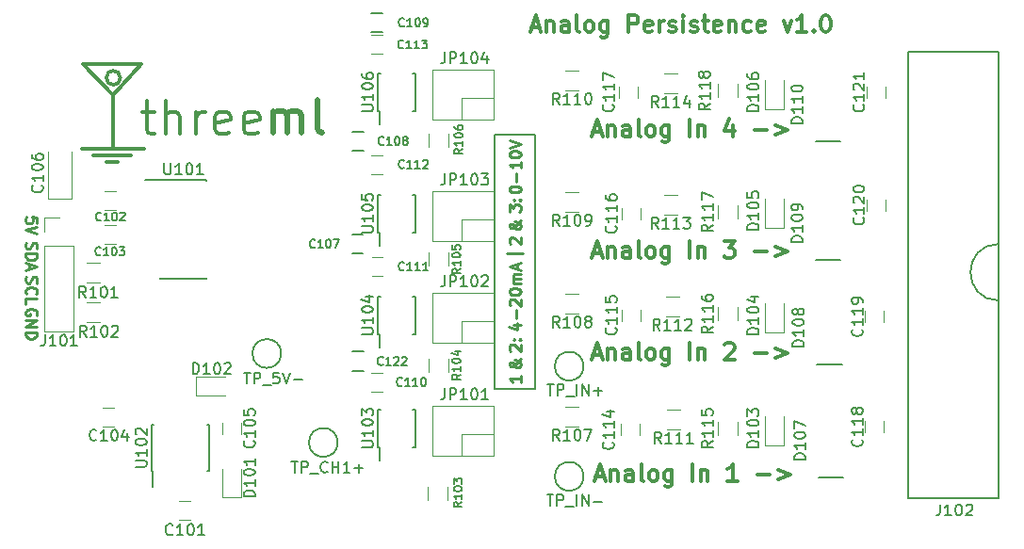
<source format=gbr>
G04 #@! TF.FileFunction,Legend,Top*
%FSLAX46Y46*%
G04 Gerber Fmt 4.6, Leading zero omitted, Abs format (unit mm)*
G04 Created by KiCad (PCBNEW 4.0.6) date Tuesday, August 01, 2017 'AMt' 06:59:47 AM*
%MOMM*%
%LPD*%
G01*
G04 APERTURE LIST*
%ADD10C,0.100000*%
%ADD11C,0.250000*%
%ADD12C,0.300000*%
%ADD13C,0.200000*%
%ADD14C,0.120000*%
%ADD15C,0.150000*%
%ADD16C,0.500000*%
G04 APERTURE END LIST*
D10*
D11*
X105910000Y-106934096D02*
X105957619Y-106838858D01*
X105957619Y-106696001D01*
X105910000Y-106553143D01*
X105814762Y-106457905D01*
X105719524Y-106410286D01*
X105529048Y-106362667D01*
X105386190Y-106362667D01*
X105195714Y-106410286D01*
X105100476Y-106457905D01*
X105005238Y-106553143D01*
X104957619Y-106696001D01*
X104957619Y-106791239D01*
X105005238Y-106934096D01*
X105052857Y-106981715D01*
X105386190Y-106981715D01*
X105386190Y-106791239D01*
X104957619Y-107410286D02*
X105957619Y-107410286D01*
X104957619Y-107981715D01*
X105957619Y-107981715D01*
X104957619Y-108457905D02*
X105957619Y-108457905D01*
X105957619Y-108696000D01*
X105910000Y-108838858D01*
X105814762Y-108934096D01*
X105719524Y-108981715D01*
X105529048Y-109029334D01*
X105386190Y-109029334D01*
X105195714Y-108981715D01*
X105100476Y-108934096D01*
X105005238Y-108838858D01*
X104957619Y-108696000D01*
X104957619Y-108457905D01*
X105005238Y-103457524D02*
X104957619Y-103600381D01*
X104957619Y-103838477D01*
X105005238Y-103933715D01*
X105052857Y-103981334D01*
X105148095Y-104028953D01*
X105243333Y-104028953D01*
X105338571Y-103981334D01*
X105386190Y-103933715D01*
X105433810Y-103838477D01*
X105481429Y-103648000D01*
X105529048Y-103552762D01*
X105576667Y-103505143D01*
X105671905Y-103457524D01*
X105767143Y-103457524D01*
X105862381Y-103505143D01*
X105910000Y-103552762D01*
X105957619Y-103648000D01*
X105957619Y-103886096D01*
X105910000Y-104028953D01*
X105052857Y-105028953D02*
X105005238Y-104981334D01*
X104957619Y-104838477D01*
X104957619Y-104743239D01*
X105005238Y-104600381D01*
X105100476Y-104505143D01*
X105195714Y-104457524D01*
X105386190Y-104409905D01*
X105529048Y-104409905D01*
X105719524Y-104457524D01*
X105814762Y-104505143D01*
X105910000Y-104600381D01*
X105957619Y-104743239D01*
X105957619Y-104838477D01*
X105910000Y-104981334D01*
X105862381Y-105028953D01*
X104957619Y-105933715D02*
X104957619Y-105457524D01*
X105957619Y-105457524D01*
X105005238Y-100385714D02*
X104957619Y-100528571D01*
X104957619Y-100766667D01*
X105005238Y-100861905D01*
X105052857Y-100909524D01*
X105148095Y-100957143D01*
X105243333Y-100957143D01*
X105338571Y-100909524D01*
X105386190Y-100861905D01*
X105433810Y-100766667D01*
X105481429Y-100576190D01*
X105529048Y-100480952D01*
X105576667Y-100433333D01*
X105671905Y-100385714D01*
X105767143Y-100385714D01*
X105862381Y-100433333D01*
X105910000Y-100480952D01*
X105957619Y-100576190D01*
X105957619Y-100814286D01*
X105910000Y-100957143D01*
X104957619Y-101385714D02*
X105957619Y-101385714D01*
X105957619Y-101623809D01*
X105910000Y-101766667D01*
X105814762Y-101861905D01*
X105719524Y-101909524D01*
X105529048Y-101957143D01*
X105386190Y-101957143D01*
X105195714Y-101909524D01*
X105100476Y-101861905D01*
X105005238Y-101766667D01*
X104957619Y-101623809D01*
X104957619Y-101385714D01*
X105243333Y-102338095D02*
X105243333Y-102814286D01*
X104957619Y-102242857D02*
X105957619Y-102576190D01*
X104957619Y-102909524D01*
X105957619Y-98615524D02*
X105957619Y-98139333D01*
X105481429Y-98091714D01*
X105529048Y-98139333D01*
X105576667Y-98234571D01*
X105576667Y-98472667D01*
X105529048Y-98567905D01*
X105481429Y-98615524D01*
X105386190Y-98663143D01*
X105148095Y-98663143D01*
X105052857Y-98615524D01*
X105005238Y-98567905D01*
X104957619Y-98472667D01*
X104957619Y-98234571D01*
X105005238Y-98139333D01*
X105052857Y-98091714D01*
X105957619Y-98948857D02*
X104957619Y-99282190D01*
X105957619Y-99615524D01*
D12*
X150421429Y-81022000D02*
X151135715Y-81022000D01*
X150278572Y-81450571D02*
X150778572Y-79950571D01*
X151278572Y-81450571D01*
X151778572Y-80450571D02*
X151778572Y-81450571D01*
X151778572Y-80593429D02*
X151850000Y-80522000D01*
X151992858Y-80450571D01*
X152207143Y-80450571D01*
X152350000Y-80522000D01*
X152421429Y-80664857D01*
X152421429Y-81450571D01*
X153778572Y-81450571D02*
X153778572Y-80664857D01*
X153707143Y-80522000D01*
X153564286Y-80450571D01*
X153278572Y-80450571D01*
X153135715Y-80522000D01*
X153778572Y-81379143D02*
X153635715Y-81450571D01*
X153278572Y-81450571D01*
X153135715Y-81379143D01*
X153064286Y-81236286D01*
X153064286Y-81093429D01*
X153135715Y-80950571D01*
X153278572Y-80879143D01*
X153635715Y-80879143D01*
X153778572Y-80807714D01*
X154707144Y-81450571D02*
X154564286Y-81379143D01*
X154492858Y-81236286D01*
X154492858Y-79950571D01*
X155492858Y-81450571D02*
X155350000Y-81379143D01*
X155278572Y-81307714D01*
X155207143Y-81164857D01*
X155207143Y-80736286D01*
X155278572Y-80593429D01*
X155350000Y-80522000D01*
X155492858Y-80450571D01*
X155707143Y-80450571D01*
X155850000Y-80522000D01*
X155921429Y-80593429D01*
X155992858Y-80736286D01*
X155992858Y-81164857D01*
X155921429Y-81307714D01*
X155850000Y-81379143D01*
X155707143Y-81450571D01*
X155492858Y-81450571D01*
X157278572Y-80450571D02*
X157278572Y-81664857D01*
X157207143Y-81807714D01*
X157135715Y-81879143D01*
X156992858Y-81950571D01*
X156778572Y-81950571D01*
X156635715Y-81879143D01*
X157278572Y-81379143D02*
X157135715Y-81450571D01*
X156850001Y-81450571D01*
X156707143Y-81379143D01*
X156635715Y-81307714D01*
X156564286Y-81164857D01*
X156564286Y-80736286D01*
X156635715Y-80593429D01*
X156707143Y-80522000D01*
X156850001Y-80450571D01*
X157135715Y-80450571D01*
X157278572Y-80522000D01*
X159135715Y-81450571D02*
X159135715Y-79950571D01*
X159707143Y-79950571D01*
X159850001Y-80022000D01*
X159921429Y-80093429D01*
X159992858Y-80236286D01*
X159992858Y-80450571D01*
X159921429Y-80593429D01*
X159850001Y-80664857D01*
X159707143Y-80736286D01*
X159135715Y-80736286D01*
X161207143Y-81379143D02*
X161064286Y-81450571D01*
X160778572Y-81450571D01*
X160635715Y-81379143D01*
X160564286Y-81236286D01*
X160564286Y-80664857D01*
X160635715Y-80522000D01*
X160778572Y-80450571D01*
X161064286Y-80450571D01*
X161207143Y-80522000D01*
X161278572Y-80664857D01*
X161278572Y-80807714D01*
X160564286Y-80950571D01*
X161921429Y-81450571D02*
X161921429Y-80450571D01*
X161921429Y-80736286D02*
X161992857Y-80593429D01*
X162064286Y-80522000D01*
X162207143Y-80450571D01*
X162350000Y-80450571D01*
X162778571Y-81379143D02*
X162921428Y-81450571D01*
X163207143Y-81450571D01*
X163350000Y-81379143D01*
X163421428Y-81236286D01*
X163421428Y-81164857D01*
X163350000Y-81022000D01*
X163207143Y-80950571D01*
X162992857Y-80950571D01*
X162850000Y-80879143D01*
X162778571Y-80736286D01*
X162778571Y-80664857D01*
X162850000Y-80522000D01*
X162992857Y-80450571D01*
X163207143Y-80450571D01*
X163350000Y-80522000D01*
X164064286Y-81450571D02*
X164064286Y-80450571D01*
X164064286Y-79950571D02*
X163992857Y-80022000D01*
X164064286Y-80093429D01*
X164135714Y-80022000D01*
X164064286Y-79950571D01*
X164064286Y-80093429D01*
X164707143Y-81379143D02*
X164850000Y-81450571D01*
X165135715Y-81450571D01*
X165278572Y-81379143D01*
X165350000Y-81236286D01*
X165350000Y-81164857D01*
X165278572Y-81022000D01*
X165135715Y-80950571D01*
X164921429Y-80950571D01*
X164778572Y-80879143D01*
X164707143Y-80736286D01*
X164707143Y-80664857D01*
X164778572Y-80522000D01*
X164921429Y-80450571D01*
X165135715Y-80450571D01*
X165278572Y-80522000D01*
X165778572Y-80450571D02*
X166350001Y-80450571D01*
X165992858Y-79950571D02*
X165992858Y-81236286D01*
X166064286Y-81379143D01*
X166207144Y-81450571D01*
X166350001Y-81450571D01*
X167421429Y-81379143D02*
X167278572Y-81450571D01*
X166992858Y-81450571D01*
X166850001Y-81379143D01*
X166778572Y-81236286D01*
X166778572Y-80664857D01*
X166850001Y-80522000D01*
X166992858Y-80450571D01*
X167278572Y-80450571D01*
X167421429Y-80522000D01*
X167492858Y-80664857D01*
X167492858Y-80807714D01*
X166778572Y-80950571D01*
X168135715Y-80450571D02*
X168135715Y-81450571D01*
X168135715Y-80593429D02*
X168207143Y-80522000D01*
X168350001Y-80450571D01*
X168564286Y-80450571D01*
X168707143Y-80522000D01*
X168778572Y-80664857D01*
X168778572Y-81450571D01*
X170135715Y-81379143D02*
X169992858Y-81450571D01*
X169707144Y-81450571D01*
X169564286Y-81379143D01*
X169492858Y-81307714D01*
X169421429Y-81164857D01*
X169421429Y-80736286D01*
X169492858Y-80593429D01*
X169564286Y-80522000D01*
X169707144Y-80450571D01*
X169992858Y-80450571D01*
X170135715Y-80522000D01*
X171350000Y-81379143D02*
X171207143Y-81450571D01*
X170921429Y-81450571D01*
X170778572Y-81379143D01*
X170707143Y-81236286D01*
X170707143Y-80664857D01*
X170778572Y-80522000D01*
X170921429Y-80450571D01*
X171207143Y-80450571D01*
X171350000Y-80522000D01*
X171421429Y-80664857D01*
X171421429Y-80807714D01*
X170707143Y-80950571D01*
X173064286Y-80450571D02*
X173421429Y-81450571D01*
X173778571Y-80450571D01*
X175135714Y-81450571D02*
X174278571Y-81450571D01*
X174707143Y-81450571D02*
X174707143Y-79950571D01*
X174564286Y-80164857D01*
X174421428Y-80307714D01*
X174278571Y-80379143D01*
X175778571Y-81307714D02*
X175849999Y-81379143D01*
X175778571Y-81450571D01*
X175707142Y-81379143D01*
X175778571Y-81307714D01*
X175778571Y-81450571D01*
X176778571Y-79950571D02*
X176921428Y-79950571D01*
X177064285Y-80022000D01*
X177135714Y-80093429D01*
X177207143Y-80236286D01*
X177278571Y-80522000D01*
X177278571Y-80879143D01*
X177207143Y-81164857D01*
X177135714Y-81307714D01*
X177064285Y-81379143D01*
X176921428Y-81450571D01*
X176778571Y-81450571D01*
X176635714Y-81379143D01*
X176564285Y-81307714D01*
X176492857Y-81164857D01*
X176421428Y-80879143D01*
X176421428Y-80522000D01*
X176492857Y-80236286D01*
X176564285Y-80093429D01*
X176635714Y-80022000D01*
X176778571Y-79950571D01*
D11*
X148423381Y-95646619D02*
X148423381Y-95551380D01*
X148471000Y-95456142D01*
X148518619Y-95408523D01*
X148613857Y-95360904D01*
X148804333Y-95313285D01*
X149042429Y-95313285D01*
X149232905Y-95360904D01*
X149328143Y-95408523D01*
X149375762Y-95456142D01*
X149423381Y-95551380D01*
X149423381Y-95646619D01*
X149375762Y-95741857D01*
X149328143Y-95789476D01*
X149232905Y-95837095D01*
X149042429Y-95884714D01*
X148804333Y-95884714D01*
X148613857Y-95837095D01*
X148518619Y-95789476D01*
X148471000Y-95741857D01*
X148423381Y-95646619D01*
X149042429Y-94884714D02*
X149042429Y-94122809D01*
X149423381Y-93122809D02*
X149423381Y-93694238D01*
X149423381Y-93408524D02*
X148423381Y-93408524D01*
X148566238Y-93503762D01*
X148661476Y-93599000D01*
X148709095Y-93694238D01*
X148423381Y-92503762D02*
X148423381Y-92408523D01*
X148471000Y-92313285D01*
X148518619Y-92265666D01*
X148613857Y-92218047D01*
X148804333Y-92170428D01*
X149042429Y-92170428D01*
X149232905Y-92218047D01*
X149328143Y-92265666D01*
X149375762Y-92313285D01*
X149423381Y-92408523D01*
X149423381Y-92503762D01*
X149375762Y-92599000D01*
X149328143Y-92646619D01*
X149232905Y-92694238D01*
X149042429Y-92741857D01*
X148804333Y-92741857D01*
X148613857Y-92694238D01*
X148518619Y-92646619D01*
X148471000Y-92599000D01*
X148423381Y-92503762D01*
X148423381Y-91884714D02*
X149423381Y-91551381D01*
X148423381Y-91218047D01*
X148423381Y-97599428D02*
X148423381Y-96980380D01*
X148804333Y-97313714D01*
X148804333Y-97170856D01*
X148851952Y-97075618D01*
X148899571Y-97027999D01*
X148994810Y-96980380D01*
X149232905Y-96980380D01*
X149328143Y-97027999D01*
X149375762Y-97075618D01*
X149423381Y-97170856D01*
X149423381Y-97456571D01*
X149375762Y-97551809D01*
X149328143Y-97599428D01*
X149328143Y-96551809D02*
X149375762Y-96504190D01*
X149423381Y-96551809D01*
X149375762Y-96599428D01*
X149328143Y-96551809D01*
X149423381Y-96551809D01*
X148804333Y-96551809D02*
X148851952Y-96504190D01*
X148899571Y-96551809D01*
X148851952Y-96599428D01*
X148804333Y-96551809D01*
X148899571Y-96551809D01*
X149423381Y-98377428D02*
X149423381Y-98425047D01*
X149375762Y-98520285D01*
X149232905Y-98663142D01*
X148947190Y-98901237D01*
X148804333Y-98996476D01*
X148661476Y-99044095D01*
X148566238Y-99044095D01*
X148471000Y-98996476D01*
X148423381Y-98901237D01*
X148423381Y-98853618D01*
X148471000Y-98758380D01*
X148566238Y-98710761D01*
X148613857Y-98710761D01*
X148709095Y-98758380D01*
X148756714Y-98805999D01*
X148947190Y-99091714D01*
X148994810Y-99139333D01*
X149090048Y-99186952D01*
X149232905Y-99186952D01*
X149328143Y-99139333D01*
X149375762Y-99091714D01*
X149423381Y-98996476D01*
X149423381Y-98853618D01*
X149375762Y-98758380D01*
X149328143Y-98710761D01*
X149137667Y-98567904D01*
X148994810Y-98520285D01*
X148899571Y-98520285D01*
X148518619Y-100488714D02*
X148471000Y-100441095D01*
X148423381Y-100345857D01*
X148423381Y-100107761D01*
X148471000Y-100012523D01*
X148518619Y-99964904D01*
X148613857Y-99917285D01*
X148709095Y-99917285D01*
X148851952Y-99964904D01*
X149423381Y-100536333D01*
X149423381Y-99917285D01*
X149629714Y-101346000D02*
X148201143Y-101346000D01*
X148756714Y-107759190D02*
X149423381Y-107759190D01*
X148375762Y-107997286D02*
X149090048Y-108235381D01*
X149090048Y-107616333D01*
X149042429Y-107235381D02*
X149042429Y-106473476D01*
X148518619Y-106044905D02*
X148471000Y-105997286D01*
X148423381Y-105902048D01*
X148423381Y-105663952D01*
X148471000Y-105568714D01*
X148518619Y-105521095D01*
X148613857Y-105473476D01*
X148709095Y-105473476D01*
X148851952Y-105521095D01*
X149423381Y-106092524D01*
X149423381Y-105473476D01*
X148423381Y-104854429D02*
X148423381Y-104759190D01*
X148471000Y-104663952D01*
X148518619Y-104616333D01*
X148613857Y-104568714D01*
X148804333Y-104521095D01*
X149042429Y-104521095D01*
X149232905Y-104568714D01*
X149328143Y-104616333D01*
X149375762Y-104663952D01*
X149423381Y-104759190D01*
X149423381Y-104854429D01*
X149375762Y-104949667D01*
X149328143Y-104997286D01*
X149232905Y-105044905D01*
X149042429Y-105092524D01*
X148804333Y-105092524D01*
X148613857Y-105044905D01*
X148518619Y-104997286D01*
X148471000Y-104949667D01*
X148423381Y-104854429D01*
X149423381Y-104092524D02*
X148756714Y-104092524D01*
X148851952Y-104092524D02*
X148804333Y-104044905D01*
X148756714Y-103949667D01*
X148756714Y-103806809D01*
X148804333Y-103711571D01*
X148899571Y-103663952D01*
X149423381Y-103663952D01*
X148899571Y-103663952D02*
X148804333Y-103616333D01*
X148756714Y-103521095D01*
X148756714Y-103378238D01*
X148804333Y-103283000D01*
X148899571Y-103235381D01*
X149423381Y-103235381D01*
X149137667Y-102806810D02*
X149137667Y-102330619D01*
X149423381Y-102902048D02*
X148423381Y-102568715D01*
X149423381Y-102235381D01*
X148518619Y-110124809D02*
X148471000Y-110077190D01*
X148423381Y-109981952D01*
X148423381Y-109743856D01*
X148471000Y-109648618D01*
X148518619Y-109600999D01*
X148613857Y-109553380D01*
X148709095Y-109553380D01*
X148851952Y-109600999D01*
X149423381Y-110172428D01*
X149423381Y-109553380D01*
X149328143Y-109124809D02*
X149375762Y-109077190D01*
X149423381Y-109124809D01*
X149375762Y-109172428D01*
X149328143Y-109124809D01*
X149423381Y-109124809D01*
X148804333Y-109124809D02*
X148851952Y-109077190D01*
X148899571Y-109124809D01*
X148851952Y-109172428D01*
X148804333Y-109124809D01*
X148899571Y-109124809D01*
X149423381Y-110823428D02*
X149423381Y-110871047D01*
X149375762Y-110966285D01*
X149232905Y-111109142D01*
X148947190Y-111347237D01*
X148804333Y-111442476D01*
X148661476Y-111490095D01*
X148566238Y-111490095D01*
X148471000Y-111442476D01*
X148423381Y-111347237D01*
X148423381Y-111299618D01*
X148471000Y-111204380D01*
X148566238Y-111156761D01*
X148613857Y-111156761D01*
X148709095Y-111204380D01*
X148756714Y-111251999D01*
X148947190Y-111537714D01*
X148994810Y-111585333D01*
X149090048Y-111632952D01*
X149232905Y-111632952D01*
X149328143Y-111585333D01*
X149375762Y-111537714D01*
X149423381Y-111442476D01*
X149423381Y-111299618D01*
X149375762Y-111204380D01*
X149328143Y-111156761D01*
X149137667Y-111013904D01*
X148994810Y-110966285D01*
X148899571Y-110966285D01*
X149423381Y-112363285D02*
X149423381Y-112934714D01*
X149423381Y-112649000D02*
X148423381Y-112649000D01*
X148566238Y-112744238D01*
X148661476Y-112839476D01*
X148709095Y-112934714D01*
D13*
X147066000Y-90678000D02*
X150749000Y-90678000D01*
X147066000Y-113538000D02*
X150749000Y-113538000D01*
X147066000Y-90678000D02*
X147066000Y-113538000D01*
X150749000Y-113538000D02*
X150749000Y-90678000D01*
D12*
X156187286Y-121408000D02*
X156901572Y-121408000D01*
X156044429Y-121836571D02*
X156544429Y-120336571D01*
X157044429Y-121836571D01*
X157544429Y-120836571D02*
X157544429Y-121836571D01*
X157544429Y-120979429D02*
X157615857Y-120908000D01*
X157758715Y-120836571D01*
X157973000Y-120836571D01*
X158115857Y-120908000D01*
X158187286Y-121050857D01*
X158187286Y-121836571D01*
X159544429Y-121836571D02*
X159544429Y-121050857D01*
X159473000Y-120908000D01*
X159330143Y-120836571D01*
X159044429Y-120836571D01*
X158901572Y-120908000D01*
X159544429Y-121765143D02*
X159401572Y-121836571D01*
X159044429Y-121836571D01*
X158901572Y-121765143D01*
X158830143Y-121622286D01*
X158830143Y-121479429D01*
X158901572Y-121336571D01*
X159044429Y-121265143D01*
X159401572Y-121265143D01*
X159544429Y-121193714D01*
X160473001Y-121836571D02*
X160330143Y-121765143D01*
X160258715Y-121622286D01*
X160258715Y-120336571D01*
X161258715Y-121836571D02*
X161115857Y-121765143D01*
X161044429Y-121693714D01*
X160973000Y-121550857D01*
X160973000Y-121122286D01*
X161044429Y-120979429D01*
X161115857Y-120908000D01*
X161258715Y-120836571D01*
X161473000Y-120836571D01*
X161615857Y-120908000D01*
X161687286Y-120979429D01*
X161758715Y-121122286D01*
X161758715Y-121550857D01*
X161687286Y-121693714D01*
X161615857Y-121765143D01*
X161473000Y-121836571D01*
X161258715Y-121836571D01*
X163044429Y-120836571D02*
X163044429Y-122050857D01*
X162973000Y-122193714D01*
X162901572Y-122265143D01*
X162758715Y-122336571D01*
X162544429Y-122336571D01*
X162401572Y-122265143D01*
X163044429Y-121765143D02*
X162901572Y-121836571D01*
X162615858Y-121836571D01*
X162473000Y-121765143D01*
X162401572Y-121693714D01*
X162330143Y-121550857D01*
X162330143Y-121122286D01*
X162401572Y-120979429D01*
X162473000Y-120908000D01*
X162615858Y-120836571D01*
X162901572Y-120836571D01*
X163044429Y-120908000D01*
X164901572Y-121836571D02*
X164901572Y-120336571D01*
X165615858Y-120836571D02*
X165615858Y-121836571D01*
X165615858Y-120979429D02*
X165687286Y-120908000D01*
X165830144Y-120836571D01*
X166044429Y-120836571D01*
X166187286Y-120908000D01*
X166258715Y-121050857D01*
X166258715Y-121836571D01*
X168901572Y-121836571D02*
X168044429Y-121836571D01*
X168473001Y-121836571D02*
X168473001Y-120336571D01*
X168330144Y-120550857D01*
X168187286Y-120693714D01*
X168044429Y-120765143D01*
X170687286Y-121265143D02*
X171830143Y-121265143D01*
X172544429Y-120836571D02*
X173687286Y-121265143D01*
X172544429Y-121693714D01*
X155933286Y-110486000D02*
X156647572Y-110486000D01*
X155790429Y-110914571D02*
X156290429Y-109414571D01*
X156790429Y-110914571D01*
X157290429Y-109914571D02*
X157290429Y-110914571D01*
X157290429Y-110057429D02*
X157361857Y-109986000D01*
X157504715Y-109914571D01*
X157719000Y-109914571D01*
X157861857Y-109986000D01*
X157933286Y-110128857D01*
X157933286Y-110914571D01*
X159290429Y-110914571D02*
X159290429Y-110128857D01*
X159219000Y-109986000D01*
X159076143Y-109914571D01*
X158790429Y-109914571D01*
X158647572Y-109986000D01*
X159290429Y-110843143D02*
X159147572Y-110914571D01*
X158790429Y-110914571D01*
X158647572Y-110843143D01*
X158576143Y-110700286D01*
X158576143Y-110557429D01*
X158647572Y-110414571D01*
X158790429Y-110343143D01*
X159147572Y-110343143D01*
X159290429Y-110271714D01*
X160219001Y-110914571D02*
X160076143Y-110843143D01*
X160004715Y-110700286D01*
X160004715Y-109414571D01*
X161004715Y-110914571D02*
X160861857Y-110843143D01*
X160790429Y-110771714D01*
X160719000Y-110628857D01*
X160719000Y-110200286D01*
X160790429Y-110057429D01*
X160861857Y-109986000D01*
X161004715Y-109914571D01*
X161219000Y-109914571D01*
X161361857Y-109986000D01*
X161433286Y-110057429D01*
X161504715Y-110200286D01*
X161504715Y-110628857D01*
X161433286Y-110771714D01*
X161361857Y-110843143D01*
X161219000Y-110914571D01*
X161004715Y-110914571D01*
X162790429Y-109914571D02*
X162790429Y-111128857D01*
X162719000Y-111271714D01*
X162647572Y-111343143D01*
X162504715Y-111414571D01*
X162290429Y-111414571D01*
X162147572Y-111343143D01*
X162790429Y-110843143D02*
X162647572Y-110914571D01*
X162361858Y-110914571D01*
X162219000Y-110843143D01*
X162147572Y-110771714D01*
X162076143Y-110628857D01*
X162076143Y-110200286D01*
X162147572Y-110057429D01*
X162219000Y-109986000D01*
X162361858Y-109914571D01*
X162647572Y-109914571D01*
X162790429Y-109986000D01*
X164647572Y-110914571D02*
X164647572Y-109414571D01*
X165361858Y-109914571D02*
X165361858Y-110914571D01*
X165361858Y-110057429D02*
X165433286Y-109986000D01*
X165576144Y-109914571D01*
X165790429Y-109914571D01*
X165933286Y-109986000D01*
X166004715Y-110128857D01*
X166004715Y-110914571D01*
X167790429Y-109557429D02*
X167861858Y-109486000D01*
X168004715Y-109414571D01*
X168361858Y-109414571D01*
X168504715Y-109486000D01*
X168576144Y-109557429D01*
X168647572Y-109700286D01*
X168647572Y-109843143D01*
X168576144Y-110057429D01*
X167719001Y-110914571D01*
X168647572Y-110914571D01*
X170433286Y-110343143D02*
X171576143Y-110343143D01*
X172290429Y-109914571D02*
X173433286Y-110343143D01*
X172290429Y-110771714D01*
X155933286Y-101342000D02*
X156647572Y-101342000D01*
X155790429Y-101770571D02*
X156290429Y-100270571D01*
X156790429Y-101770571D01*
X157290429Y-100770571D02*
X157290429Y-101770571D01*
X157290429Y-100913429D02*
X157361857Y-100842000D01*
X157504715Y-100770571D01*
X157719000Y-100770571D01*
X157861857Y-100842000D01*
X157933286Y-100984857D01*
X157933286Y-101770571D01*
X159290429Y-101770571D02*
X159290429Y-100984857D01*
X159219000Y-100842000D01*
X159076143Y-100770571D01*
X158790429Y-100770571D01*
X158647572Y-100842000D01*
X159290429Y-101699143D02*
X159147572Y-101770571D01*
X158790429Y-101770571D01*
X158647572Y-101699143D01*
X158576143Y-101556286D01*
X158576143Y-101413429D01*
X158647572Y-101270571D01*
X158790429Y-101199143D01*
X159147572Y-101199143D01*
X159290429Y-101127714D01*
X160219001Y-101770571D02*
X160076143Y-101699143D01*
X160004715Y-101556286D01*
X160004715Y-100270571D01*
X161004715Y-101770571D02*
X160861857Y-101699143D01*
X160790429Y-101627714D01*
X160719000Y-101484857D01*
X160719000Y-101056286D01*
X160790429Y-100913429D01*
X160861857Y-100842000D01*
X161004715Y-100770571D01*
X161219000Y-100770571D01*
X161361857Y-100842000D01*
X161433286Y-100913429D01*
X161504715Y-101056286D01*
X161504715Y-101484857D01*
X161433286Y-101627714D01*
X161361857Y-101699143D01*
X161219000Y-101770571D01*
X161004715Y-101770571D01*
X162790429Y-100770571D02*
X162790429Y-101984857D01*
X162719000Y-102127714D01*
X162647572Y-102199143D01*
X162504715Y-102270571D01*
X162290429Y-102270571D01*
X162147572Y-102199143D01*
X162790429Y-101699143D02*
X162647572Y-101770571D01*
X162361858Y-101770571D01*
X162219000Y-101699143D01*
X162147572Y-101627714D01*
X162076143Y-101484857D01*
X162076143Y-101056286D01*
X162147572Y-100913429D01*
X162219000Y-100842000D01*
X162361858Y-100770571D01*
X162647572Y-100770571D01*
X162790429Y-100842000D01*
X164647572Y-101770571D02*
X164647572Y-100270571D01*
X165361858Y-100770571D02*
X165361858Y-101770571D01*
X165361858Y-100913429D02*
X165433286Y-100842000D01*
X165576144Y-100770571D01*
X165790429Y-100770571D01*
X165933286Y-100842000D01*
X166004715Y-100984857D01*
X166004715Y-101770571D01*
X167719001Y-100270571D02*
X168647572Y-100270571D01*
X168147572Y-100842000D01*
X168361858Y-100842000D01*
X168504715Y-100913429D01*
X168576144Y-100984857D01*
X168647572Y-101127714D01*
X168647572Y-101484857D01*
X168576144Y-101627714D01*
X168504715Y-101699143D01*
X168361858Y-101770571D01*
X167933286Y-101770571D01*
X167790429Y-101699143D01*
X167719001Y-101627714D01*
X170433286Y-101199143D02*
X171576143Y-101199143D01*
X172290429Y-100770571D02*
X173433286Y-101199143D01*
X172290429Y-101627714D01*
X155933286Y-90420000D02*
X156647572Y-90420000D01*
X155790429Y-90848571D02*
X156290429Y-89348571D01*
X156790429Y-90848571D01*
X157290429Y-89848571D02*
X157290429Y-90848571D01*
X157290429Y-89991429D02*
X157361857Y-89920000D01*
X157504715Y-89848571D01*
X157719000Y-89848571D01*
X157861857Y-89920000D01*
X157933286Y-90062857D01*
X157933286Y-90848571D01*
X159290429Y-90848571D02*
X159290429Y-90062857D01*
X159219000Y-89920000D01*
X159076143Y-89848571D01*
X158790429Y-89848571D01*
X158647572Y-89920000D01*
X159290429Y-90777143D02*
X159147572Y-90848571D01*
X158790429Y-90848571D01*
X158647572Y-90777143D01*
X158576143Y-90634286D01*
X158576143Y-90491429D01*
X158647572Y-90348571D01*
X158790429Y-90277143D01*
X159147572Y-90277143D01*
X159290429Y-90205714D01*
X160219001Y-90848571D02*
X160076143Y-90777143D01*
X160004715Y-90634286D01*
X160004715Y-89348571D01*
X161004715Y-90848571D02*
X160861857Y-90777143D01*
X160790429Y-90705714D01*
X160719000Y-90562857D01*
X160719000Y-90134286D01*
X160790429Y-89991429D01*
X160861857Y-89920000D01*
X161004715Y-89848571D01*
X161219000Y-89848571D01*
X161361857Y-89920000D01*
X161433286Y-89991429D01*
X161504715Y-90134286D01*
X161504715Y-90562857D01*
X161433286Y-90705714D01*
X161361857Y-90777143D01*
X161219000Y-90848571D01*
X161004715Y-90848571D01*
X162790429Y-89848571D02*
X162790429Y-91062857D01*
X162719000Y-91205714D01*
X162647572Y-91277143D01*
X162504715Y-91348571D01*
X162290429Y-91348571D01*
X162147572Y-91277143D01*
X162790429Y-90777143D02*
X162647572Y-90848571D01*
X162361858Y-90848571D01*
X162219000Y-90777143D01*
X162147572Y-90705714D01*
X162076143Y-90562857D01*
X162076143Y-90134286D01*
X162147572Y-89991429D01*
X162219000Y-89920000D01*
X162361858Y-89848571D01*
X162647572Y-89848571D01*
X162790429Y-89920000D01*
X164647572Y-90848571D02*
X164647572Y-89348571D01*
X165361858Y-89848571D02*
X165361858Y-90848571D01*
X165361858Y-89991429D02*
X165433286Y-89920000D01*
X165576144Y-89848571D01*
X165790429Y-89848571D01*
X165933286Y-89920000D01*
X166004715Y-90062857D01*
X166004715Y-90848571D01*
X168504715Y-89848571D02*
X168504715Y-90848571D01*
X168147572Y-89277143D02*
X167790429Y-90348571D01*
X168719001Y-90348571D01*
X170433286Y-90277143D02*
X171576143Y-90277143D01*
X172290429Y-89848571D02*
X173433286Y-90277143D01*
X172290429Y-90705714D01*
D10*
X144153000Y-87372000D02*
X144153000Y-89347000D01*
X146928000Y-87372000D02*
X144153000Y-87372000D01*
X141478000Y-84847000D02*
X146978000Y-84847000D01*
X141478000Y-89347000D02*
X141478000Y-84847000D01*
X146978000Y-89347000D02*
X141478000Y-89347000D01*
X146978000Y-84847000D02*
X146978000Y-89347000D01*
D14*
X137050000Y-101725000D02*
X136050000Y-101725000D01*
X136050000Y-103425000D02*
X137050000Y-103425000D01*
D15*
X117051000Y-94737000D02*
X117051000Y-94762000D01*
X121201000Y-94737000D02*
X121201000Y-94852000D01*
X121201000Y-103637000D02*
X121201000Y-103522000D01*
X117051000Y-103637000D02*
X117051000Y-103522000D01*
X117051000Y-94737000D02*
X121201000Y-94737000D01*
X117051000Y-103637000D02*
X121201000Y-103637000D01*
X117051000Y-94762000D02*
X115676000Y-94762000D01*
D14*
X111600000Y-107555000D02*
X110400000Y-107555000D01*
X110400000Y-105795000D02*
X111600000Y-105795000D01*
X119753000Y-123610000D02*
X118753000Y-123610000D01*
X118753000Y-125310000D02*
X119753000Y-125310000D01*
X112057692Y-97441820D02*
X113057692Y-97441820D01*
X113057692Y-95741820D02*
X112057692Y-95741820D01*
X112057692Y-100489820D02*
X113057692Y-100489820D01*
X113057692Y-98789820D02*
X112057692Y-98789820D01*
X111895000Y-116928000D02*
X112895000Y-116928000D01*
X112895000Y-115228000D02*
X111895000Y-115228000D01*
X122594000Y-116594000D02*
X122594000Y-117594000D01*
X124294000Y-117594000D02*
X124294000Y-116594000D01*
X137000000Y-112125000D02*
X136000000Y-112125000D01*
X136000000Y-113825000D02*
X137000000Y-113825000D01*
X137025000Y-92525000D02*
X136025000Y-92525000D01*
X136025000Y-94225000D02*
X137025000Y-94225000D01*
X137025000Y-81750000D02*
X136025000Y-81750000D01*
X136025000Y-83450000D02*
X137025000Y-83450000D01*
X160108000Y-117721000D02*
X160108000Y-116721000D01*
X158408000Y-116721000D02*
X158408000Y-117721000D01*
X160235000Y-107434000D02*
X160235000Y-106434000D01*
X158535000Y-106434000D02*
X158535000Y-107434000D01*
X160235000Y-98290000D02*
X160235000Y-97290000D01*
X158535000Y-97290000D02*
X158535000Y-98290000D01*
X159981000Y-87368000D02*
X159981000Y-86368000D01*
X158281000Y-86368000D02*
X158281000Y-87368000D01*
X180379000Y-116467000D02*
X180379000Y-117467000D01*
X182079000Y-117467000D02*
X182079000Y-116467000D01*
X180379000Y-106561000D02*
X180379000Y-107561000D01*
X182079000Y-107561000D02*
X182079000Y-106561000D01*
X180506000Y-96528000D02*
X180506000Y-97528000D01*
X182206000Y-97528000D02*
X182206000Y-96528000D01*
X180506000Y-86368000D02*
X180506000Y-87368000D01*
X182206000Y-87368000D02*
X182206000Y-86368000D01*
X122594000Y-123293000D02*
X124294000Y-123293000D01*
X124294000Y-123293000D02*
X124294000Y-120743000D01*
X122594000Y-123293000D02*
X122594000Y-120743000D01*
X120293000Y-112434000D02*
X120293000Y-114134000D01*
X120293000Y-114134000D02*
X122843000Y-114134000D01*
X120293000Y-112434000D02*
X122843000Y-112434000D01*
X171362000Y-118594000D02*
X173062000Y-118594000D01*
X173062000Y-118594000D02*
X173062000Y-116044000D01*
X171362000Y-118594000D02*
X171362000Y-116044000D01*
X171362000Y-108434000D02*
X173062000Y-108434000D01*
X173062000Y-108434000D02*
X173062000Y-105884000D01*
X171362000Y-108434000D02*
X171362000Y-105884000D01*
X171362000Y-99036000D02*
X173062000Y-99036000D01*
X173062000Y-99036000D02*
X173062000Y-96486000D01*
X171362000Y-99036000D02*
X171362000Y-96486000D01*
X171362000Y-88368000D02*
X173062000Y-88368000D01*
X173062000Y-88368000D02*
X173062000Y-85818000D01*
X171362000Y-88368000D02*
X171362000Y-85818000D01*
D15*
X176182000Y-121492000D02*
X178432000Y-121492000D01*
X176055000Y-111332000D02*
X178305000Y-111332000D01*
X175928000Y-101934000D02*
X178178000Y-101934000D01*
X175928000Y-91266000D02*
X178178000Y-91266000D01*
D14*
X106620000Y-100711000D02*
X106620000Y-108391000D01*
X106620000Y-108391000D02*
X109280000Y-108391000D01*
X109280000Y-108391000D02*
X109280000Y-100711000D01*
X109280000Y-100711000D02*
X106620000Y-100711000D01*
X106620000Y-99441000D02*
X106620000Y-98111000D01*
X106620000Y-98111000D02*
X107950000Y-98111000D01*
X110398000Y-102244000D02*
X111598000Y-102244000D01*
X111598000Y-104004000D02*
X110398000Y-104004000D01*
X141120000Y-123525000D02*
X141120000Y-122325000D01*
X142880000Y-122325000D02*
X142880000Y-123525000D01*
X141150000Y-112000000D02*
X141150000Y-110800000D01*
X142910000Y-110800000D02*
X142910000Y-112000000D01*
X141170000Y-102450000D02*
X141170000Y-101250000D01*
X142930000Y-101250000D02*
X142930000Y-102450000D01*
X141170000Y-91800000D02*
X141170000Y-90600000D01*
X142930000Y-90600000D02*
X142930000Y-91800000D01*
X153451000Y-115198000D02*
X154651000Y-115198000D01*
X154651000Y-116958000D02*
X153451000Y-116958000D01*
X153451000Y-105038000D02*
X154651000Y-105038000D01*
X154651000Y-106798000D02*
X153451000Y-106798000D01*
X153451000Y-95894000D02*
X154651000Y-95894000D01*
X154651000Y-97654000D02*
X153451000Y-97654000D01*
X153451000Y-84972000D02*
X154651000Y-84972000D01*
X154651000Y-86732000D02*
X153451000Y-86732000D01*
X162595000Y-115452000D02*
X163795000Y-115452000D01*
X163795000Y-117212000D02*
X162595000Y-117212000D01*
X162468000Y-105292000D02*
X163668000Y-105292000D01*
X163668000Y-107052000D02*
X162468000Y-107052000D01*
X162341000Y-96148000D02*
X163541000Y-96148000D01*
X163541000Y-97908000D02*
X162341000Y-97908000D01*
X162341000Y-85226000D02*
X163541000Y-85226000D01*
X163541000Y-86986000D02*
X162341000Y-86986000D01*
X167141000Y-117694000D02*
X167141000Y-116494000D01*
X168901000Y-116494000D02*
X168901000Y-117694000D01*
X167141000Y-107407000D02*
X167141000Y-106207000D01*
X168901000Y-106207000D02*
X168901000Y-107407000D01*
X167141000Y-98263000D02*
X167141000Y-97063000D01*
X168901000Y-97063000D02*
X168901000Y-98263000D01*
X167141000Y-87341000D02*
X167141000Y-86141000D01*
X168901000Y-86141000D02*
X168901000Y-87341000D01*
D15*
X127914151Y-110363000D02*
G75*
G03X127914151Y-110363000I-1295151J0D01*
G01*
X116297000Y-120914000D02*
X116347000Y-120914000D01*
X116297000Y-116764000D02*
X116442000Y-116764000D01*
X121447000Y-116764000D02*
X121302000Y-116764000D01*
X121447000Y-120914000D02*
X121302000Y-120914000D01*
X116297000Y-120914000D02*
X116297000Y-116764000D01*
X121447000Y-120914000D02*
X121447000Y-116764000D01*
X116347000Y-120914000D02*
X116347000Y-122314000D01*
X136628000Y-118769000D02*
X136803000Y-118769000D01*
X136628000Y-115419000D02*
X136878000Y-115419000D01*
X139978000Y-115419000D02*
X139728000Y-115419000D01*
X139978000Y-118769000D02*
X139728000Y-118769000D01*
X136628000Y-118769000D02*
X136628000Y-115419000D01*
X139978000Y-118769000D02*
X139978000Y-115419000D01*
X136803000Y-118769000D02*
X136803000Y-120019000D01*
X136628000Y-108609000D02*
X136803000Y-108609000D01*
X136628000Y-105259000D02*
X136878000Y-105259000D01*
X139978000Y-105259000D02*
X139728000Y-105259000D01*
X139978000Y-108609000D02*
X139728000Y-108609000D01*
X136628000Y-108609000D02*
X136628000Y-105259000D01*
X139978000Y-108609000D02*
X139978000Y-105259000D01*
X136803000Y-108609000D02*
X136803000Y-109859000D01*
X136628000Y-99465000D02*
X136803000Y-99465000D01*
X136628000Y-96115000D02*
X136878000Y-96115000D01*
X139978000Y-96115000D02*
X139728000Y-96115000D01*
X139978000Y-99465000D02*
X139728000Y-99465000D01*
X136628000Y-99465000D02*
X136628000Y-96115000D01*
X139978000Y-99465000D02*
X139978000Y-96115000D01*
X136803000Y-99465000D02*
X136803000Y-100715000D01*
X136628000Y-88543000D02*
X136803000Y-88543000D01*
X136628000Y-85193000D02*
X136878000Y-85193000D01*
X139978000Y-85193000D02*
X139728000Y-85193000D01*
X139978000Y-88543000D02*
X139728000Y-88543000D01*
X136628000Y-88543000D02*
X136628000Y-85193000D01*
X139978000Y-88543000D02*
X139978000Y-85193000D01*
X136803000Y-88543000D02*
X136803000Y-89793000D01*
X132994151Y-118364000D02*
G75*
G03X132994151Y-118364000I-1295151J0D01*
G01*
X155095151Y-121412000D02*
G75*
G03X155095151Y-121412000I-1295151J0D01*
G01*
X155092151Y-111506000D02*
G75*
G03X155092151Y-111506000I-1295151J0D01*
G01*
D12*
X113457456Y-85575000D02*
G75*
G03X113457456Y-85575000I-632456J0D01*
G01*
X115325000Y-84375000D02*
X110125000Y-84375000D01*
X112825000Y-87175000D02*
X115325000Y-84375000D01*
X112825000Y-87175000D02*
X110125000Y-84375000D01*
X112825000Y-91875000D02*
X112825000Y-87175000D01*
X112225000Y-93175000D02*
X113225000Y-93175000D01*
X111025000Y-92575000D02*
X114425000Y-92575000D01*
X110025000Y-91975000D02*
X115625000Y-91975000D01*
D14*
X106950000Y-96475000D02*
X106950000Y-92225000D01*
X109050000Y-96475000D02*
X109050000Y-92225000D01*
X106950000Y-96475000D02*
X109050000Y-96475000D01*
D15*
X135275000Y-99675000D02*
X134275000Y-99675000D01*
X134275000Y-101375000D02*
X135275000Y-101375000D01*
X135300000Y-90425000D02*
X134300000Y-90425000D01*
X134300000Y-92125000D02*
X135300000Y-92125000D01*
X137025000Y-79775000D02*
X136025000Y-79775000D01*
X136025000Y-81475000D02*
X137025000Y-81475000D01*
X135300000Y-110200000D02*
X134300000Y-110200000D01*
X134300000Y-111900000D02*
X135300000Y-111900000D01*
X184277000Y-103058000D02*
X184277000Y-83246000D01*
X192405000Y-103058000D02*
X192405000Y-83246000D01*
X192405000Y-100518000D02*
G75*
G03X192405000Y-105598000I0J-2540000D01*
G01*
X184277000Y-120838000D02*
X184277000Y-105598000D01*
X192405000Y-103058000D02*
X192405000Y-120838000D01*
X184277000Y-83246000D02*
X192405000Y-83246000D01*
X184277000Y-105598000D02*
X184277000Y-103058000D01*
X192405000Y-123378000D02*
X192405000Y-120838000D01*
X184277000Y-123378000D02*
X192405000Y-123378000D01*
X184277000Y-120838000D02*
X184277000Y-123378000D01*
D10*
X144153000Y-98294000D02*
X144153000Y-100269000D01*
X146928000Y-98294000D02*
X144153000Y-98294000D01*
X141478000Y-95769000D02*
X146978000Y-95769000D01*
X141478000Y-100269000D02*
X141478000Y-95769000D01*
X146978000Y-100269000D02*
X141478000Y-100269000D01*
X146978000Y-95769000D02*
X146978000Y-100269000D01*
X144153000Y-107438000D02*
X144153000Y-109413000D01*
X146928000Y-107438000D02*
X144153000Y-107438000D01*
X141478000Y-104913000D02*
X146978000Y-104913000D01*
X141478000Y-109413000D02*
X141478000Y-104913000D01*
X146978000Y-109413000D02*
X141478000Y-109413000D01*
X146978000Y-104913000D02*
X146978000Y-109413000D01*
X144153000Y-117593000D02*
X144153000Y-119568000D01*
X146928000Y-117593000D02*
X144153000Y-117593000D01*
X141478000Y-115068000D02*
X146978000Y-115068000D01*
X141478000Y-119568000D02*
X141478000Y-115068000D01*
X146978000Y-119568000D02*
X141478000Y-119568000D01*
X146978000Y-115068000D02*
X146978000Y-119568000D01*
D15*
X142613286Y-83272381D02*
X142613286Y-83986667D01*
X142565666Y-84129524D01*
X142470428Y-84224762D01*
X142327571Y-84272381D01*
X142232333Y-84272381D01*
X143089476Y-84272381D02*
X143089476Y-83272381D01*
X143470429Y-83272381D01*
X143565667Y-83320000D01*
X143613286Y-83367619D01*
X143660905Y-83462857D01*
X143660905Y-83605714D01*
X143613286Y-83700952D01*
X143565667Y-83748571D01*
X143470429Y-83796190D01*
X143089476Y-83796190D01*
X144613286Y-84272381D02*
X144041857Y-84272381D01*
X144327571Y-84272381D02*
X144327571Y-83272381D01*
X144232333Y-83415238D01*
X144137095Y-83510476D01*
X144041857Y-83558095D01*
X145232333Y-83272381D02*
X145327572Y-83272381D01*
X145422810Y-83320000D01*
X145470429Y-83367619D01*
X145518048Y-83462857D01*
X145565667Y-83653333D01*
X145565667Y-83891429D01*
X145518048Y-84081905D01*
X145470429Y-84177143D01*
X145422810Y-84224762D01*
X145327572Y-84272381D01*
X145232333Y-84272381D01*
X145137095Y-84224762D01*
X145089476Y-84177143D01*
X145041857Y-84081905D01*
X144994238Y-83891429D01*
X144994238Y-83653333D01*
X145041857Y-83462857D01*
X145089476Y-83367619D01*
X145137095Y-83320000D01*
X145232333Y-83272381D01*
X146422810Y-83605714D02*
X146422810Y-84272381D01*
X146184714Y-83224762D02*
X145946619Y-83939048D01*
X146565667Y-83939048D01*
X138945714Y-102822857D02*
X138910000Y-102858571D01*
X138802857Y-102894286D01*
X138731428Y-102894286D01*
X138624285Y-102858571D01*
X138552857Y-102787143D01*
X138517142Y-102715714D01*
X138481428Y-102572857D01*
X138481428Y-102465714D01*
X138517142Y-102322857D01*
X138552857Y-102251429D01*
X138624285Y-102180000D01*
X138731428Y-102144286D01*
X138802857Y-102144286D01*
X138910000Y-102180000D01*
X138945714Y-102215714D01*
X139660000Y-102894286D02*
X139231428Y-102894286D01*
X139445714Y-102894286D02*
X139445714Y-102144286D01*
X139374285Y-102251429D01*
X139302857Y-102322857D01*
X139231428Y-102358571D01*
X140374286Y-102894286D02*
X139945714Y-102894286D01*
X140160000Y-102894286D02*
X140160000Y-102144286D01*
X140088571Y-102251429D01*
X140017143Y-102322857D01*
X139945714Y-102358571D01*
X141088572Y-102894286D02*
X140660000Y-102894286D01*
X140874286Y-102894286D02*
X140874286Y-102144286D01*
X140802857Y-102251429D01*
X140731429Y-102322857D01*
X140660000Y-102358571D01*
X117411714Y-93264381D02*
X117411714Y-94073905D01*
X117459333Y-94169143D01*
X117506952Y-94216762D01*
X117602190Y-94264381D01*
X117792667Y-94264381D01*
X117887905Y-94216762D01*
X117935524Y-94169143D01*
X117983143Y-94073905D01*
X117983143Y-93264381D01*
X118983143Y-94264381D02*
X118411714Y-94264381D01*
X118697428Y-94264381D02*
X118697428Y-93264381D01*
X118602190Y-93407238D01*
X118506952Y-93502476D01*
X118411714Y-93550095D01*
X119602190Y-93264381D02*
X119697429Y-93264381D01*
X119792667Y-93312000D01*
X119840286Y-93359619D01*
X119887905Y-93454857D01*
X119935524Y-93645333D01*
X119935524Y-93883429D01*
X119887905Y-94073905D01*
X119840286Y-94169143D01*
X119792667Y-94216762D01*
X119697429Y-94264381D01*
X119602190Y-94264381D01*
X119506952Y-94216762D01*
X119459333Y-94169143D01*
X119411714Y-94073905D01*
X119364095Y-93883429D01*
X119364095Y-93645333D01*
X119411714Y-93454857D01*
X119459333Y-93359619D01*
X119506952Y-93312000D01*
X119602190Y-93264381D01*
X120887905Y-94264381D02*
X120316476Y-94264381D01*
X120602190Y-94264381D02*
X120602190Y-93264381D01*
X120506952Y-93407238D01*
X120411714Y-93502476D01*
X120316476Y-93550095D01*
X110405953Y-108852381D02*
X110072619Y-108376190D01*
X109834524Y-108852381D02*
X109834524Y-107852381D01*
X110215477Y-107852381D01*
X110310715Y-107900000D01*
X110358334Y-107947619D01*
X110405953Y-108042857D01*
X110405953Y-108185714D01*
X110358334Y-108280952D01*
X110310715Y-108328571D01*
X110215477Y-108376190D01*
X109834524Y-108376190D01*
X111358334Y-108852381D02*
X110786905Y-108852381D01*
X111072619Y-108852381D02*
X111072619Y-107852381D01*
X110977381Y-107995238D01*
X110882143Y-108090476D01*
X110786905Y-108138095D01*
X111977381Y-107852381D02*
X112072620Y-107852381D01*
X112167858Y-107900000D01*
X112215477Y-107947619D01*
X112263096Y-108042857D01*
X112310715Y-108233333D01*
X112310715Y-108471429D01*
X112263096Y-108661905D01*
X112215477Y-108757143D01*
X112167858Y-108804762D01*
X112072620Y-108852381D01*
X111977381Y-108852381D01*
X111882143Y-108804762D01*
X111834524Y-108757143D01*
X111786905Y-108661905D01*
X111739286Y-108471429D01*
X111739286Y-108233333D01*
X111786905Y-108042857D01*
X111834524Y-107947619D01*
X111882143Y-107900000D01*
X111977381Y-107852381D01*
X112691667Y-107947619D02*
X112739286Y-107900000D01*
X112834524Y-107852381D01*
X113072620Y-107852381D01*
X113167858Y-107900000D01*
X113215477Y-107947619D01*
X113263096Y-108042857D01*
X113263096Y-108138095D01*
X113215477Y-108280952D01*
X112644048Y-108852381D01*
X113263096Y-108852381D01*
X118149953Y-126595143D02*
X118102334Y-126642762D01*
X117959477Y-126690381D01*
X117864239Y-126690381D01*
X117721381Y-126642762D01*
X117626143Y-126547524D01*
X117578524Y-126452286D01*
X117530905Y-126261810D01*
X117530905Y-126118952D01*
X117578524Y-125928476D01*
X117626143Y-125833238D01*
X117721381Y-125738000D01*
X117864239Y-125690381D01*
X117959477Y-125690381D01*
X118102334Y-125738000D01*
X118149953Y-125785619D01*
X119102334Y-126690381D02*
X118530905Y-126690381D01*
X118816619Y-126690381D02*
X118816619Y-125690381D01*
X118721381Y-125833238D01*
X118626143Y-125928476D01*
X118530905Y-125976095D01*
X119721381Y-125690381D02*
X119816620Y-125690381D01*
X119911858Y-125738000D01*
X119959477Y-125785619D01*
X120007096Y-125880857D01*
X120054715Y-126071333D01*
X120054715Y-126309429D01*
X120007096Y-126499905D01*
X119959477Y-126595143D01*
X119911858Y-126642762D01*
X119816620Y-126690381D01*
X119721381Y-126690381D01*
X119626143Y-126642762D01*
X119578524Y-126595143D01*
X119530905Y-126499905D01*
X119483286Y-126309429D01*
X119483286Y-126071333D01*
X119530905Y-125880857D01*
X119578524Y-125785619D01*
X119626143Y-125738000D01*
X119721381Y-125690381D01*
X121007096Y-126690381D02*
X120435667Y-126690381D01*
X120721381Y-126690381D02*
X120721381Y-125690381D01*
X120626143Y-125833238D01*
X120530905Y-125928476D01*
X120435667Y-125976095D01*
X111718406Y-98359677D02*
X111682692Y-98395391D01*
X111575549Y-98431106D01*
X111504120Y-98431106D01*
X111396977Y-98395391D01*
X111325549Y-98323963D01*
X111289834Y-98252534D01*
X111254120Y-98109677D01*
X111254120Y-98002534D01*
X111289834Y-97859677D01*
X111325549Y-97788249D01*
X111396977Y-97716820D01*
X111504120Y-97681106D01*
X111575549Y-97681106D01*
X111682692Y-97716820D01*
X111718406Y-97752534D01*
X112432692Y-98431106D02*
X112004120Y-98431106D01*
X112218406Y-98431106D02*
X112218406Y-97681106D01*
X112146977Y-97788249D01*
X112075549Y-97859677D01*
X112004120Y-97895391D01*
X112896978Y-97681106D02*
X112968406Y-97681106D01*
X113039835Y-97716820D01*
X113075549Y-97752534D01*
X113111263Y-97823963D01*
X113146978Y-97966820D01*
X113146978Y-98145391D01*
X113111263Y-98288249D01*
X113075549Y-98359677D01*
X113039835Y-98395391D01*
X112968406Y-98431106D01*
X112896978Y-98431106D01*
X112825549Y-98395391D01*
X112789835Y-98359677D01*
X112754120Y-98288249D01*
X112718406Y-98145391D01*
X112718406Y-97966820D01*
X112754120Y-97823963D01*
X112789835Y-97752534D01*
X112825549Y-97716820D01*
X112896978Y-97681106D01*
X113432692Y-97752534D02*
X113468406Y-97716820D01*
X113539835Y-97681106D01*
X113718406Y-97681106D01*
X113789835Y-97716820D01*
X113825549Y-97752534D01*
X113861264Y-97823963D01*
X113861264Y-97895391D01*
X113825549Y-98002534D01*
X113396978Y-98431106D01*
X113861264Y-98431106D01*
X111685714Y-101467857D02*
X111650000Y-101503571D01*
X111542857Y-101539286D01*
X111471428Y-101539286D01*
X111364285Y-101503571D01*
X111292857Y-101432143D01*
X111257142Y-101360714D01*
X111221428Y-101217857D01*
X111221428Y-101110714D01*
X111257142Y-100967857D01*
X111292857Y-100896429D01*
X111364285Y-100825000D01*
X111471428Y-100789286D01*
X111542857Y-100789286D01*
X111650000Y-100825000D01*
X111685714Y-100860714D01*
X112400000Y-101539286D02*
X111971428Y-101539286D01*
X112185714Y-101539286D02*
X112185714Y-100789286D01*
X112114285Y-100896429D01*
X112042857Y-100967857D01*
X111971428Y-101003571D01*
X112864286Y-100789286D02*
X112935714Y-100789286D01*
X113007143Y-100825000D01*
X113042857Y-100860714D01*
X113078571Y-100932143D01*
X113114286Y-101075000D01*
X113114286Y-101253571D01*
X113078571Y-101396429D01*
X113042857Y-101467857D01*
X113007143Y-101503571D01*
X112935714Y-101539286D01*
X112864286Y-101539286D01*
X112792857Y-101503571D01*
X112757143Y-101467857D01*
X112721428Y-101396429D01*
X112685714Y-101253571D01*
X112685714Y-101075000D01*
X112721428Y-100932143D01*
X112757143Y-100860714D01*
X112792857Y-100825000D01*
X112864286Y-100789286D01*
X113364286Y-100789286D02*
X113828572Y-100789286D01*
X113578572Y-101075000D01*
X113685714Y-101075000D01*
X113757143Y-101110714D01*
X113792857Y-101146429D01*
X113828572Y-101217857D01*
X113828572Y-101396429D01*
X113792857Y-101467857D01*
X113757143Y-101503571D01*
X113685714Y-101539286D01*
X113471429Y-101539286D01*
X113400000Y-101503571D01*
X113364286Y-101467857D01*
X111305953Y-118107143D02*
X111258334Y-118154762D01*
X111115477Y-118202381D01*
X111020239Y-118202381D01*
X110877381Y-118154762D01*
X110782143Y-118059524D01*
X110734524Y-117964286D01*
X110686905Y-117773810D01*
X110686905Y-117630952D01*
X110734524Y-117440476D01*
X110782143Y-117345238D01*
X110877381Y-117250000D01*
X111020239Y-117202381D01*
X111115477Y-117202381D01*
X111258334Y-117250000D01*
X111305953Y-117297619D01*
X112258334Y-118202381D02*
X111686905Y-118202381D01*
X111972619Y-118202381D02*
X111972619Y-117202381D01*
X111877381Y-117345238D01*
X111782143Y-117440476D01*
X111686905Y-117488095D01*
X112877381Y-117202381D02*
X112972620Y-117202381D01*
X113067858Y-117250000D01*
X113115477Y-117297619D01*
X113163096Y-117392857D01*
X113210715Y-117583333D01*
X113210715Y-117821429D01*
X113163096Y-118011905D01*
X113115477Y-118107143D01*
X113067858Y-118154762D01*
X112972620Y-118202381D01*
X112877381Y-118202381D01*
X112782143Y-118154762D01*
X112734524Y-118107143D01*
X112686905Y-118011905D01*
X112639286Y-117821429D01*
X112639286Y-117583333D01*
X112686905Y-117392857D01*
X112734524Y-117297619D01*
X112782143Y-117250000D01*
X112877381Y-117202381D01*
X114067858Y-117535714D02*
X114067858Y-118202381D01*
X113829762Y-117154762D02*
X113591667Y-117869048D01*
X114210715Y-117869048D01*
X125452143Y-118213047D02*
X125499762Y-118260666D01*
X125547381Y-118403523D01*
X125547381Y-118498761D01*
X125499762Y-118641619D01*
X125404524Y-118736857D01*
X125309286Y-118784476D01*
X125118810Y-118832095D01*
X124975952Y-118832095D01*
X124785476Y-118784476D01*
X124690238Y-118736857D01*
X124595000Y-118641619D01*
X124547381Y-118498761D01*
X124547381Y-118403523D01*
X124595000Y-118260666D01*
X124642619Y-118213047D01*
X125547381Y-117260666D02*
X125547381Y-117832095D01*
X125547381Y-117546381D02*
X124547381Y-117546381D01*
X124690238Y-117641619D01*
X124785476Y-117736857D01*
X124833095Y-117832095D01*
X124547381Y-116641619D02*
X124547381Y-116546380D01*
X124595000Y-116451142D01*
X124642619Y-116403523D01*
X124737857Y-116355904D01*
X124928333Y-116308285D01*
X125166429Y-116308285D01*
X125356905Y-116355904D01*
X125452143Y-116403523D01*
X125499762Y-116451142D01*
X125547381Y-116546380D01*
X125547381Y-116641619D01*
X125499762Y-116736857D01*
X125452143Y-116784476D01*
X125356905Y-116832095D01*
X125166429Y-116879714D01*
X124928333Y-116879714D01*
X124737857Y-116832095D01*
X124642619Y-116784476D01*
X124595000Y-116736857D01*
X124547381Y-116641619D01*
X124547381Y-115403523D02*
X124547381Y-115879714D01*
X125023571Y-115927333D01*
X124975952Y-115879714D01*
X124928333Y-115784476D01*
X124928333Y-115546380D01*
X124975952Y-115451142D01*
X125023571Y-115403523D01*
X125118810Y-115355904D01*
X125356905Y-115355904D01*
X125452143Y-115403523D01*
X125499762Y-115451142D01*
X125547381Y-115546380D01*
X125547381Y-115784476D01*
X125499762Y-115879714D01*
X125452143Y-115927333D01*
X138760714Y-113217857D02*
X138725000Y-113253571D01*
X138617857Y-113289286D01*
X138546428Y-113289286D01*
X138439285Y-113253571D01*
X138367857Y-113182143D01*
X138332142Y-113110714D01*
X138296428Y-112967857D01*
X138296428Y-112860714D01*
X138332142Y-112717857D01*
X138367857Y-112646429D01*
X138439285Y-112575000D01*
X138546428Y-112539286D01*
X138617857Y-112539286D01*
X138725000Y-112575000D01*
X138760714Y-112610714D01*
X139475000Y-113289286D02*
X139046428Y-113289286D01*
X139260714Y-113289286D02*
X139260714Y-112539286D01*
X139189285Y-112646429D01*
X139117857Y-112717857D01*
X139046428Y-112753571D01*
X140189286Y-113289286D02*
X139760714Y-113289286D01*
X139975000Y-113289286D02*
X139975000Y-112539286D01*
X139903571Y-112646429D01*
X139832143Y-112717857D01*
X139760714Y-112753571D01*
X140653572Y-112539286D02*
X140725000Y-112539286D01*
X140796429Y-112575000D01*
X140832143Y-112610714D01*
X140867857Y-112682143D01*
X140903572Y-112825000D01*
X140903572Y-113003571D01*
X140867857Y-113146429D01*
X140832143Y-113217857D01*
X140796429Y-113253571D01*
X140725000Y-113289286D01*
X140653572Y-113289286D01*
X140582143Y-113253571D01*
X140546429Y-113217857D01*
X140510714Y-113146429D01*
X140475000Y-113003571D01*
X140475000Y-112825000D01*
X140510714Y-112682143D01*
X140546429Y-112610714D01*
X140582143Y-112575000D01*
X140653572Y-112539286D01*
X138935714Y-93642857D02*
X138900000Y-93678571D01*
X138792857Y-93714286D01*
X138721428Y-93714286D01*
X138614285Y-93678571D01*
X138542857Y-93607143D01*
X138507142Y-93535714D01*
X138471428Y-93392857D01*
X138471428Y-93285714D01*
X138507142Y-93142857D01*
X138542857Y-93071429D01*
X138614285Y-93000000D01*
X138721428Y-92964286D01*
X138792857Y-92964286D01*
X138900000Y-93000000D01*
X138935714Y-93035714D01*
X139650000Y-93714286D02*
X139221428Y-93714286D01*
X139435714Y-93714286D02*
X139435714Y-92964286D01*
X139364285Y-93071429D01*
X139292857Y-93142857D01*
X139221428Y-93178571D01*
X140364286Y-93714286D02*
X139935714Y-93714286D01*
X140150000Y-93714286D02*
X140150000Y-92964286D01*
X140078571Y-93071429D01*
X140007143Y-93142857D01*
X139935714Y-93178571D01*
X140650000Y-93035714D02*
X140685714Y-93000000D01*
X140757143Y-92964286D01*
X140935714Y-92964286D01*
X141007143Y-93000000D01*
X141042857Y-93035714D01*
X141078572Y-93107143D01*
X141078572Y-93178571D01*
X141042857Y-93285714D01*
X140614286Y-93714286D01*
X141078572Y-93714286D01*
X138885714Y-82867857D02*
X138850000Y-82903571D01*
X138742857Y-82939286D01*
X138671428Y-82939286D01*
X138564285Y-82903571D01*
X138492857Y-82832143D01*
X138457142Y-82760714D01*
X138421428Y-82617857D01*
X138421428Y-82510714D01*
X138457142Y-82367857D01*
X138492857Y-82296429D01*
X138564285Y-82225000D01*
X138671428Y-82189286D01*
X138742857Y-82189286D01*
X138850000Y-82225000D01*
X138885714Y-82260714D01*
X139600000Y-82939286D02*
X139171428Y-82939286D01*
X139385714Y-82939286D02*
X139385714Y-82189286D01*
X139314285Y-82296429D01*
X139242857Y-82367857D01*
X139171428Y-82403571D01*
X140314286Y-82939286D02*
X139885714Y-82939286D01*
X140100000Y-82939286D02*
X140100000Y-82189286D01*
X140028571Y-82296429D01*
X139957143Y-82367857D01*
X139885714Y-82403571D01*
X140564286Y-82189286D02*
X141028572Y-82189286D01*
X140778572Y-82475000D01*
X140885714Y-82475000D01*
X140957143Y-82510714D01*
X140992857Y-82546429D01*
X141028572Y-82617857D01*
X141028572Y-82796429D01*
X140992857Y-82867857D01*
X140957143Y-82903571D01*
X140885714Y-82939286D01*
X140671429Y-82939286D01*
X140600000Y-82903571D01*
X140564286Y-82867857D01*
X157710143Y-118340047D02*
X157757762Y-118387666D01*
X157805381Y-118530523D01*
X157805381Y-118625761D01*
X157757762Y-118768619D01*
X157662524Y-118863857D01*
X157567286Y-118911476D01*
X157376810Y-118959095D01*
X157233952Y-118959095D01*
X157043476Y-118911476D01*
X156948238Y-118863857D01*
X156853000Y-118768619D01*
X156805381Y-118625761D01*
X156805381Y-118530523D01*
X156853000Y-118387666D01*
X156900619Y-118340047D01*
X157805381Y-117387666D02*
X157805381Y-117959095D01*
X157805381Y-117673381D02*
X156805381Y-117673381D01*
X156948238Y-117768619D01*
X157043476Y-117863857D01*
X157091095Y-117959095D01*
X157805381Y-116435285D02*
X157805381Y-117006714D01*
X157805381Y-116721000D02*
X156805381Y-116721000D01*
X156948238Y-116816238D01*
X157043476Y-116911476D01*
X157091095Y-117006714D01*
X157138714Y-115578142D02*
X157805381Y-115578142D01*
X156757762Y-115816238D02*
X157472048Y-116054333D01*
X157472048Y-115435285D01*
X157964143Y-108053047D02*
X158011762Y-108100666D01*
X158059381Y-108243523D01*
X158059381Y-108338761D01*
X158011762Y-108481619D01*
X157916524Y-108576857D01*
X157821286Y-108624476D01*
X157630810Y-108672095D01*
X157487952Y-108672095D01*
X157297476Y-108624476D01*
X157202238Y-108576857D01*
X157107000Y-108481619D01*
X157059381Y-108338761D01*
X157059381Y-108243523D01*
X157107000Y-108100666D01*
X157154619Y-108053047D01*
X158059381Y-107100666D02*
X158059381Y-107672095D01*
X158059381Y-107386381D02*
X157059381Y-107386381D01*
X157202238Y-107481619D01*
X157297476Y-107576857D01*
X157345095Y-107672095D01*
X158059381Y-106148285D02*
X158059381Y-106719714D01*
X158059381Y-106434000D02*
X157059381Y-106434000D01*
X157202238Y-106529238D01*
X157297476Y-106624476D01*
X157345095Y-106719714D01*
X157059381Y-105243523D02*
X157059381Y-105719714D01*
X157535571Y-105767333D01*
X157487952Y-105719714D01*
X157440333Y-105624476D01*
X157440333Y-105386380D01*
X157487952Y-105291142D01*
X157535571Y-105243523D01*
X157630810Y-105195904D01*
X157868905Y-105195904D01*
X157964143Y-105243523D01*
X158011762Y-105291142D01*
X158059381Y-105386380D01*
X158059381Y-105624476D01*
X158011762Y-105719714D01*
X157964143Y-105767333D01*
X157964143Y-98909047D02*
X158011762Y-98956666D01*
X158059381Y-99099523D01*
X158059381Y-99194761D01*
X158011762Y-99337619D01*
X157916524Y-99432857D01*
X157821286Y-99480476D01*
X157630810Y-99528095D01*
X157487952Y-99528095D01*
X157297476Y-99480476D01*
X157202238Y-99432857D01*
X157107000Y-99337619D01*
X157059381Y-99194761D01*
X157059381Y-99099523D01*
X157107000Y-98956666D01*
X157154619Y-98909047D01*
X158059381Y-97956666D02*
X158059381Y-98528095D01*
X158059381Y-98242381D02*
X157059381Y-98242381D01*
X157202238Y-98337619D01*
X157297476Y-98432857D01*
X157345095Y-98528095D01*
X158059381Y-97004285D02*
X158059381Y-97575714D01*
X158059381Y-97290000D02*
X157059381Y-97290000D01*
X157202238Y-97385238D01*
X157297476Y-97480476D01*
X157345095Y-97575714D01*
X157059381Y-96147142D02*
X157059381Y-96337619D01*
X157107000Y-96432857D01*
X157154619Y-96480476D01*
X157297476Y-96575714D01*
X157487952Y-96623333D01*
X157868905Y-96623333D01*
X157964143Y-96575714D01*
X158011762Y-96528095D01*
X158059381Y-96432857D01*
X158059381Y-96242380D01*
X158011762Y-96147142D01*
X157964143Y-96099523D01*
X157868905Y-96051904D01*
X157630810Y-96051904D01*
X157535571Y-96099523D01*
X157487952Y-96147142D01*
X157440333Y-96242380D01*
X157440333Y-96432857D01*
X157487952Y-96528095D01*
X157535571Y-96575714D01*
X157630810Y-96623333D01*
X157710143Y-87987047D02*
X157757762Y-88034666D01*
X157805381Y-88177523D01*
X157805381Y-88272761D01*
X157757762Y-88415619D01*
X157662524Y-88510857D01*
X157567286Y-88558476D01*
X157376810Y-88606095D01*
X157233952Y-88606095D01*
X157043476Y-88558476D01*
X156948238Y-88510857D01*
X156853000Y-88415619D01*
X156805381Y-88272761D01*
X156805381Y-88177523D01*
X156853000Y-88034666D01*
X156900619Y-87987047D01*
X157805381Y-87034666D02*
X157805381Y-87606095D01*
X157805381Y-87320381D02*
X156805381Y-87320381D01*
X156948238Y-87415619D01*
X157043476Y-87510857D01*
X157091095Y-87606095D01*
X157805381Y-86082285D02*
X157805381Y-86653714D01*
X157805381Y-86368000D02*
X156805381Y-86368000D01*
X156948238Y-86463238D01*
X157043476Y-86558476D01*
X157091095Y-86653714D01*
X156805381Y-85748952D02*
X156805381Y-85082285D01*
X157805381Y-85510857D01*
X180086143Y-118086047D02*
X180133762Y-118133666D01*
X180181381Y-118276523D01*
X180181381Y-118371761D01*
X180133762Y-118514619D01*
X180038524Y-118609857D01*
X179943286Y-118657476D01*
X179752810Y-118705095D01*
X179609952Y-118705095D01*
X179419476Y-118657476D01*
X179324238Y-118609857D01*
X179229000Y-118514619D01*
X179181381Y-118371761D01*
X179181381Y-118276523D01*
X179229000Y-118133666D01*
X179276619Y-118086047D01*
X180181381Y-117133666D02*
X180181381Y-117705095D01*
X180181381Y-117419381D02*
X179181381Y-117419381D01*
X179324238Y-117514619D01*
X179419476Y-117609857D01*
X179467095Y-117705095D01*
X180181381Y-116181285D02*
X180181381Y-116752714D01*
X180181381Y-116467000D02*
X179181381Y-116467000D01*
X179324238Y-116562238D01*
X179419476Y-116657476D01*
X179467095Y-116752714D01*
X179609952Y-115609857D02*
X179562333Y-115705095D01*
X179514714Y-115752714D01*
X179419476Y-115800333D01*
X179371857Y-115800333D01*
X179276619Y-115752714D01*
X179229000Y-115705095D01*
X179181381Y-115609857D01*
X179181381Y-115419380D01*
X179229000Y-115324142D01*
X179276619Y-115276523D01*
X179371857Y-115228904D01*
X179419476Y-115228904D01*
X179514714Y-115276523D01*
X179562333Y-115324142D01*
X179609952Y-115419380D01*
X179609952Y-115609857D01*
X179657571Y-115705095D01*
X179705190Y-115752714D01*
X179800429Y-115800333D01*
X179990905Y-115800333D01*
X180086143Y-115752714D01*
X180133762Y-115705095D01*
X180181381Y-115609857D01*
X180181381Y-115419380D01*
X180133762Y-115324142D01*
X180086143Y-115276523D01*
X179990905Y-115228904D01*
X179800429Y-115228904D01*
X179705190Y-115276523D01*
X179657571Y-115324142D01*
X179609952Y-115419380D01*
X180086143Y-108180047D02*
X180133762Y-108227666D01*
X180181381Y-108370523D01*
X180181381Y-108465761D01*
X180133762Y-108608619D01*
X180038524Y-108703857D01*
X179943286Y-108751476D01*
X179752810Y-108799095D01*
X179609952Y-108799095D01*
X179419476Y-108751476D01*
X179324238Y-108703857D01*
X179229000Y-108608619D01*
X179181381Y-108465761D01*
X179181381Y-108370523D01*
X179229000Y-108227666D01*
X179276619Y-108180047D01*
X180181381Y-107227666D02*
X180181381Y-107799095D01*
X180181381Y-107513381D02*
X179181381Y-107513381D01*
X179324238Y-107608619D01*
X179419476Y-107703857D01*
X179467095Y-107799095D01*
X180181381Y-106275285D02*
X180181381Y-106846714D01*
X180181381Y-106561000D02*
X179181381Y-106561000D01*
X179324238Y-106656238D01*
X179419476Y-106751476D01*
X179467095Y-106846714D01*
X180181381Y-105799095D02*
X180181381Y-105608619D01*
X180133762Y-105513380D01*
X180086143Y-105465761D01*
X179943286Y-105370523D01*
X179752810Y-105322904D01*
X179371857Y-105322904D01*
X179276619Y-105370523D01*
X179229000Y-105418142D01*
X179181381Y-105513380D01*
X179181381Y-105703857D01*
X179229000Y-105799095D01*
X179276619Y-105846714D01*
X179371857Y-105894333D01*
X179609952Y-105894333D01*
X179705190Y-105846714D01*
X179752810Y-105799095D01*
X179800429Y-105703857D01*
X179800429Y-105513380D01*
X179752810Y-105418142D01*
X179705190Y-105370523D01*
X179609952Y-105322904D01*
X180213143Y-98147047D02*
X180260762Y-98194666D01*
X180308381Y-98337523D01*
X180308381Y-98432761D01*
X180260762Y-98575619D01*
X180165524Y-98670857D01*
X180070286Y-98718476D01*
X179879810Y-98766095D01*
X179736952Y-98766095D01*
X179546476Y-98718476D01*
X179451238Y-98670857D01*
X179356000Y-98575619D01*
X179308381Y-98432761D01*
X179308381Y-98337523D01*
X179356000Y-98194666D01*
X179403619Y-98147047D01*
X180308381Y-97194666D02*
X180308381Y-97766095D01*
X180308381Y-97480381D02*
X179308381Y-97480381D01*
X179451238Y-97575619D01*
X179546476Y-97670857D01*
X179594095Y-97766095D01*
X179403619Y-96813714D02*
X179356000Y-96766095D01*
X179308381Y-96670857D01*
X179308381Y-96432761D01*
X179356000Y-96337523D01*
X179403619Y-96289904D01*
X179498857Y-96242285D01*
X179594095Y-96242285D01*
X179736952Y-96289904D01*
X180308381Y-96861333D01*
X180308381Y-96242285D01*
X179308381Y-95623238D02*
X179308381Y-95527999D01*
X179356000Y-95432761D01*
X179403619Y-95385142D01*
X179498857Y-95337523D01*
X179689333Y-95289904D01*
X179927429Y-95289904D01*
X180117905Y-95337523D01*
X180213143Y-95385142D01*
X180260762Y-95432761D01*
X180308381Y-95527999D01*
X180308381Y-95623238D01*
X180260762Y-95718476D01*
X180213143Y-95766095D01*
X180117905Y-95813714D01*
X179927429Y-95861333D01*
X179689333Y-95861333D01*
X179498857Y-95813714D01*
X179403619Y-95766095D01*
X179356000Y-95718476D01*
X179308381Y-95623238D01*
X180213143Y-87987047D02*
X180260762Y-88034666D01*
X180308381Y-88177523D01*
X180308381Y-88272761D01*
X180260762Y-88415619D01*
X180165524Y-88510857D01*
X180070286Y-88558476D01*
X179879810Y-88606095D01*
X179736952Y-88606095D01*
X179546476Y-88558476D01*
X179451238Y-88510857D01*
X179356000Y-88415619D01*
X179308381Y-88272761D01*
X179308381Y-88177523D01*
X179356000Y-88034666D01*
X179403619Y-87987047D01*
X180308381Y-87034666D02*
X180308381Y-87606095D01*
X180308381Y-87320381D02*
X179308381Y-87320381D01*
X179451238Y-87415619D01*
X179546476Y-87510857D01*
X179594095Y-87606095D01*
X179403619Y-86653714D02*
X179356000Y-86606095D01*
X179308381Y-86510857D01*
X179308381Y-86272761D01*
X179356000Y-86177523D01*
X179403619Y-86129904D01*
X179498857Y-86082285D01*
X179594095Y-86082285D01*
X179736952Y-86129904D01*
X180308381Y-86701333D01*
X180308381Y-86082285D01*
X180308381Y-85129904D02*
X180308381Y-85701333D01*
X180308381Y-85415619D02*
X179308381Y-85415619D01*
X179451238Y-85510857D01*
X179546476Y-85606095D01*
X179594095Y-85701333D01*
X125547381Y-123229476D02*
X124547381Y-123229476D01*
X124547381Y-122991381D01*
X124595000Y-122848523D01*
X124690238Y-122753285D01*
X124785476Y-122705666D01*
X124975952Y-122658047D01*
X125118810Y-122658047D01*
X125309286Y-122705666D01*
X125404524Y-122753285D01*
X125499762Y-122848523D01*
X125547381Y-122991381D01*
X125547381Y-123229476D01*
X125547381Y-121705666D02*
X125547381Y-122277095D01*
X125547381Y-121991381D02*
X124547381Y-121991381D01*
X124690238Y-122086619D01*
X124785476Y-122181857D01*
X124833095Y-122277095D01*
X124547381Y-121086619D02*
X124547381Y-120991380D01*
X124595000Y-120896142D01*
X124642619Y-120848523D01*
X124737857Y-120800904D01*
X124928333Y-120753285D01*
X125166429Y-120753285D01*
X125356905Y-120800904D01*
X125452143Y-120848523D01*
X125499762Y-120896142D01*
X125547381Y-120991380D01*
X125547381Y-121086619D01*
X125499762Y-121181857D01*
X125452143Y-121229476D01*
X125356905Y-121277095D01*
X125166429Y-121324714D01*
X124928333Y-121324714D01*
X124737857Y-121277095D01*
X124642619Y-121229476D01*
X124595000Y-121181857D01*
X124547381Y-121086619D01*
X125547381Y-119800904D02*
X125547381Y-120372333D01*
X125547381Y-120086619D02*
X124547381Y-120086619D01*
X124690238Y-120181857D01*
X124785476Y-120277095D01*
X124833095Y-120372333D01*
X119959524Y-112202381D02*
X119959524Y-111202381D01*
X120197619Y-111202381D01*
X120340477Y-111250000D01*
X120435715Y-111345238D01*
X120483334Y-111440476D01*
X120530953Y-111630952D01*
X120530953Y-111773810D01*
X120483334Y-111964286D01*
X120435715Y-112059524D01*
X120340477Y-112154762D01*
X120197619Y-112202381D01*
X119959524Y-112202381D01*
X121483334Y-112202381D02*
X120911905Y-112202381D01*
X121197619Y-112202381D02*
X121197619Y-111202381D01*
X121102381Y-111345238D01*
X121007143Y-111440476D01*
X120911905Y-111488095D01*
X122102381Y-111202381D02*
X122197620Y-111202381D01*
X122292858Y-111250000D01*
X122340477Y-111297619D01*
X122388096Y-111392857D01*
X122435715Y-111583333D01*
X122435715Y-111821429D01*
X122388096Y-112011905D01*
X122340477Y-112107143D01*
X122292858Y-112154762D01*
X122197620Y-112202381D01*
X122102381Y-112202381D01*
X122007143Y-112154762D01*
X121959524Y-112107143D01*
X121911905Y-112011905D01*
X121864286Y-111821429D01*
X121864286Y-111583333D01*
X121911905Y-111392857D01*
X121959524Y-111297619D01*
X122007143Y-111250000D01*
X122102381Y-111202381D01*
X122816667Y-111297619D02*
X122864286Y-111250000D01*
X122959524Y-111202381D01*
X123197620Y-111202381D01*
X123292858Y-111250000D01*
X123340477Y-111297619D01*
X123388096Y-111392857D01*
X123388096Y-111488095D01*
X123340477Y-111630952D01*
X122769048Y-112202381D01*
X123388096Y-112202381D01*
X170814381Y-118784476D02*
X169814381Y-118784476D01*
X169814381Y-118546381D01*
X169862000Y-118403523D01*
X169957238Y-118308285D01*
X170052476Y-118260666D01*
X170242952Y-118213047D01*
X170385810Y-118213047D01*
X170576286Y-118260666D01*
X170671524Y-118308285D01*
X170766762Y-118403523D01*
X170814381Y-118546381D01*
X170814381Y-118784476D01*
X170814381Y-117260666D02*
X170814381Y-117832095D01*
X170814381Y-117546381D02*
X169814381Y-117546381D01*
X169957238Y-117641619D01*
X170052476Y-117736857D01*
X170100095Y-117832095D01*
X169814381Y-116641619D02*
X169814381Y-116546380D01*
X169862000Y-116451142D01*
X169909619Y-116403523D01*
X170004857Y-116355904D01*
X170195333Y-116308285D01*
X170433429Y-116308285D01*
X170623905Y-116355904D01*
X170719143Y-116403523D01*
X170766762Y-116451142D01*
X170814381Y-116546380D01*
X170814381Y-116641619D01*
X170766762Y-116736857D01*
X170719143Y-116784476D01*
X170623905Y-116832095D01*
X170433429Y-116879714D01*
X170195333Y-116879714D01*
X170004857Y-116832095D01*
X169909619Y-116784476D01*
X169862000Y-116736857D01*
X169814381Y-116641619D01*
X169814381Y-115974952D02*
X169814381Y-115355904D01*
X170195333Y-115689238D01*
X170195333Y-115546380D01*
X170242952Y-115451142D01*
X170290571Y-115403523D01*
X170385810Y-115355904D01*
X170623905Y-115355904D01*
X170719143Y-115403523D01*
X170766762Y-115451142D01*
X170814381Y-115546380D01*
X170814381Y-115832095D01*
X170766762Y-115927333D01*
X170719143Y-115974952D01*
X170814381Y-108624476D02*
X169814381Y-108624476D01*
X169814381Y-108386381D01*
X169862000Y-108243523D01*
X169957238Y-108148285D01*
X170052476Y-108100666D01*
X170242952Y-108053047D01*
X170385810Y-108053047D01*
X170576286Y-108100666D01*
X170671524Y-108148285D01*
X170766762Y-108243523D01*
X170814381Y-108386381D01*
X170814381Y-108624476D01*
X170814381Y-107100666D02*
X170814381Y-107672095D01*
X170814381Y-107386381D02*
X169814381Y-107386381D01*
X169957238Y-107481619D01*
X170052476Y-107576857D01*
X170100095Y-107672095D01*
X169814381Y-106481619D02*
X169814381Y-106386380D01*
X169862000Y-106291142D01*
X169909619Y-106243523D01*
X170004857Y-106195904D01*
X170195333Y-106148285D01*
X170433429Y-106148285D01*
X170623905Y-106195904D01*
X170719143Y-106243523D01*
X170766762Y-106291142D01*
X170814381Y-106386380D01*
X170814381Y-106481619D01*
X170766762Y-106576857D01*
X170719143Y-106624476D01*
X170623905Y-106672095D01*
X170433429Y-106719714D01*
X170195333Y-106719714D01*
X170004857Y-106672095D01*
X169909619Y-106624476D01*
X169862000Y-106576857D01*
X169814381Y-106481619D01*
X170147714Y-105291142D02*
X170814381Y-105291142D01*
X169766762Y-105529238D02*
X170481048Y-105767333D01*
X170481048Y-105148285D01*
X170814381Y-99226476D02*
X169814381Y-99226476D01*
X169814381Y-98988381D01*
X169862000Y-98845523D01*
X169957238Y-98750285D01*
X170052476Y-98702666D01*
X170242952Y-98655047D01*
X170385810Y-98655047D01*
X170576286Y-98702666D01*
X170671524Y-98750285D01*
X170766762Y-98845523D01*
X170814381Y-98988381D01*
X170814381Y-99226476D01*
X170814381Y-97702666D02*
X170814381Y-98274095D01*
X170814381Y-97988381D02*
X169814381Y-97988381D01*
X169957238Y-98083619D01*
X170052476Y-98178857D01*
X170100095Y-98274095D01*
X169814381Y-97083619D02*
X169814381Y-96988380D01*
X169862000Y-96893142D01*
X169909619Y-96845523D01*
X170004857Y-96797904D01*
X170195333Y-96750285D01*
X170433429Y-96750285D01*
X170623905Y-96797904D01*
X170719143Y-96845523D01*
X170766762Y-96893142D01*
X170814381Y-96988380D01*
X170814381Y-97083619D01*
X170766762Y-97178857D01*
X170719143Y-97226476D01*
X170623905Y-97274095D01*
X170433429Y-97321714D01*
X170195333Y-97321714D01*
X170004857Y-97274095D01*
X169909619Y-97226476D01*
X169862000Y-97178857D01*
X169814381Y-97083619D01*
X169814381Y-95845523D02*
X169814381Y-96321714D01*
X170290571Y-96369333D01*
X170242952Y-96321714D01*
X170195333Y-96226476D01*
X170195333Y-95988380D01*
X170242952Y-95893142D01*
X170290571Y-95845523D01*
X170385810Y-95797904D01*
X170623905Y-95797904D01*
X170719143Y-95845523D01*
X170766762Y-95893142D01*
X170814381Y-95988380D01*
X170814381Y-96226476D01*
X170766762Y-96321714D01*
X170719143Y-96369333D01*
X170814381Y-88558476D02*
X169814381Y-88558476D01*
X169814381Y-88320381D01*
X169862000Y-88177523D01*
X169957238Y-88082285D01*
X170052476Y-88034666D01*
X170242952Y-87987047D01*
X170385810Y-87987047D01*
X170576286Y-88034666D01*
X170671524Y-88082285D01*
X170766762Y-88177523D01*
X170814381Y-88320381D01*
X170814381Y-88558476D01*
X170814381Y-87034666D02*
X170814381Y-87606095D01*
X170814381Y-87320381D02*
X169814381Y-87320381D01*
X169957238Y-87415619D01*
X170052476Y-87510857D01*
X170100095Y-87606095D01*
X169814381Y-86415619D02*
X169814381Y-86320380D01*
X169862000Y-86225142D01*
X169909619Y-86177523D01*
X170004857Y-86129904D01*
X170195333Y-86082285D01*
X170433429Y-86082285D01*
X170623905Y-86129904D01*
X170719143Y-86177523D01*
X170766762Y-86225142D01*
X170814381Y-86320380D01*
X170814381Y-86415619D01*
X170766762Y-86510857D01*
X170719143Y-86558476D01*
X170623905Y-86606095D01*
X170433429Y-86653714D01*
X170195333Y-86653714D01*
X170004857Y-86606095D01*
X169909619Y-86558476D01*
X169862000Y-86510857D01*
X169814381Y-86415619D01*
X169814381Y-85225142D02*
X169814381Y-85415619D01*
X169862000Y-85510857D01*
X169909619Y-85558476D01*
X170052476Y-85653714D01*
X170242952Y-85701333D01*
X170623905Y-85701333D01*
X170719143Y-85653714D01*
X170766762Y-85606095D01*
X170814381Y-85510857D01*
X170814381Y-85320380D01*
X170766762Y-85225142D01*
X170719143Y-85177523D01*
X170623905Y-85129904D01*
X170385810Y-85129904D01*
X170290571Y-85177523D01*
X170242952Y-85225142D01*
X170195333Y-85320380D01*
X170195333Y-85510857D01*
X170242952Y-85606095D01*
X170290571Y-85653714D01*
X170385810Y-85701333D01*
X175014381Y-119902476D02*
X174014381Y-119902476D01*
X174014381Y-119664381D01*
X174062000Y-119521523D01*
X174157238Y-119426285D01*
X174252476Y-119378666D01*
X174442952Y-119331047D01*
X174585810Y-119331047D01*
X174776286Y-119378666D01*
X174871524Y-119426285D01*
X174966762Y-119521523D01*
X175014381Y-119664381D01*
X175014381Y-119902476D01*
X175014381Y-118378666D02*
X175014381Y-118950095D01*
X175014381Y-118664381D02*
X174014381Y-118664381D01*
X174157238Y-118759619D01*
X174252476Y-118854857D01*
X174300095Y-118950095D01*
X174014381Y-117759619D02*
X174014381Y-117664380D01*
X174062000Y-117569142D01*
X174109619Y-117521523D01*
X174204857Y-117473904D01*
X174395333Y-117426285D01*
X174633429Y-117426285D01*
X174823905Y-117473904D01*
X174919143Y-117521523D01*
X174966762Y-117569142D01*
X175014381Y-117664380D01*
X175014381Y-117759619D01*
X174966762Y-117854857D01*
X174919143Y-117902476D01*
X174823905Y-117950095D01*
X174633429Y-117997714D01*
X174395333Y-117997714D01*
X174204857Y-117950095D01*
X174109619Y-117902476D01*
X174062000Y-117854857D01*
X174014381Y-117759619D01*
X174014381Y-117092952D02*
X174014381Y-116426285D01*
X175014381Y-116854857D01*
X174887381Y-109742476D02*
X173887381Y-109742476D01*
X173887381Y-109504381D01*
X173935000Y-109361523D01*
X174030238Y-109266285D01*
X174125476Y-109218666D01*
X174315952Y-109171047D01*
X174458810Y-109171047D01*
X174649286Y-109218666D01*
X174744524Y-109266285D01*
X174839762Y-109361523D01*
X174887381Y-109504381D01*
X174887381Y-109742476D01*
X174887381Y-108218666D02*
X174887381Y-108790095D01*
X174887381Y-108504381D02*
X173887381Y-108504381D01*
X174030238Y-108599619D01*
X174125476Y-108694857D01*
X174173095Y-108790095D01*
X173887381Y-107599619D02*
X173887381Y-107504380D01*
X173935000Y-107409142D01*
X173982619Y-107361523D01*
X174077857Y-107313904D01*
X174268333Y-107266285D01*
X174506429Y-107266285D01*
X174696905Y-107313904D01*
X174792143Y-107361523D01*
X174839762Y-107409142D01*
X174887381Y-107504380D01*
X174887381Y-107599619D01*
X174839762Y-107694857D01*
X174792143Y-107742476D01*
X174696905Y-107790095D01*
X174506429Y-107837714D01*
X174268333Y-107837714D01*
X174077857Y-107790095D01*
X173982619Y-107742476D01*
X173935000Y-107694857D01*
X173887381Y-107599619D01*
X174315952Y-106694857D02*
X174268333Y-106790095D01*
X174220714Y-106837714D01*
X174125476Y-106885333D01*
X174077857Y-106885333D01*
X173982619Y-106837714D01*
X173935000Y-106790095D01*
X173887381Y-106694857D01*
X173887381Y-106504380D01*
X173935000Y-106409142D01*
X173982619Y-106361523D01*
X174077857Y-106313904D01*
X174125476Y-106313904D01*
X174220714Y-106361523D01*
X174268333Y-106409142D01*
X174315952Y-106504380D01*
X174315952Y-106694857D01*
X174363571Y-106790095D01*
X174411190Y-106837714D01*
X174506429Y-106885333D01*
X174696905Y-106885333D01*
X174792143Y-106837714D01*
X174839762Y-106790095D01*
X174887381Y-106694857D01*
X174887381Y-106504380D01*
X174839762Y-106409142D01*
X174792143Y-106361523D01*
X174696905Y-106313904D01*
X174506429Y-106313904D01*
X174411190Y-106361523D01*
X174363571Y-106409142D01*
X174315952Y-106504380D01*
X174760381Y-100344476D02*
X173760381Y-100344476D01*
X173760381Y-100106381D01*
X173808000Y-99963523D01*
X173903238Y-99868285D01*
X173998476Y-99820666D01*
X174188952Y-99773047D01*
X174331810Y-99773047D01*
X174522286Y-99820666D01*
X174617524Y-99868285D01*
X174712762Y-99963523D01*
X174760381Y-100106381D01*
X174760381Y-100344476D01*
X174760381Y-98820666D02*
X174760381Y-99392095D01*
X174760381Y-99106381D02*
X173760381Y-99106381D01*
X173903238Y-99201619D01*
X173998476Y-99296857D01*
X174046095Y-99392095D01*
X173760381Y-98201619D02*
X173760381Y-98106380D01*
X173808000Y-98011142D01*
X173855619Y-97963523D01*
X173950857Y-97915904D01*
X174141333Y-97868285D01*
X174379429Y-97868285D01*
X174569905Y-97915904D01*
X174665143Y-97963523D01*
X174712762Y-98011142D01*
X174760381Y-98106380D01*
X174760381Y-98201619D01*
X174712762Y-98296857D01*
X174665143Y-98344476D01*
X174569905Y-98392095D01*
X174379429Y-98439714D01*
X174141333Y-98439714D01*
X173950857Y-98392095D01*
X173855619Y-98344476D01*
X173808000Y-98296857D01*
X173760381Y-98201619D01*
X174760381Y-97392095D02*
X174760381Y-97201619D01*
X174712762Y-97106380D01*
X174665143Y-97058761D01*
X174522286Y-96963523D01*
X174331810Y-96915904D01*
X173950857Y-96915904D01*
X173855619Y-96963523D01*
X173808000Y-97011142D01*
X173760381Y-97106380D01*
X173760381Y-97296857D01*
X173808000Y-97392095D01*
X173855619Y-97439714D01*
X173950857Y-97487333D01*
X174188952Y-97487333D01*
X174284190Y-97439714D01*
X174331810Y-97392095D01*
X174379429Y-97296857D01*
X174379429Y-97106380D01*
X174331810Y-97011142D01*
X174284190Y-96963523D01*
X174188952Y-96915904D01*
X174760381Y-89676476D02*
X173760381Y-89676476D01*
X173760381Y-89438381D01*
X173808000Y-89295523D01*
X173903238Y-89200285D01*
X173998476Y-89152666D01*
X174188952Y-89105047D01*
X174331810Y-89105047D01*
X174522286Y-89152666D01*
X174617524Y-89200285D01*
X174712762Y-89295523D01*
X174760381Y-89438381D01*
X174760381Y-89676476D01*
X174760381Y-88152666D02*
X174760381Y-88724095D01*
X174760381Y-88438381D02*
X173760381Y-88438381D01*
X173903238Y-88533619D01*
X173998476Y-88628857D01*
X174046095Y-88724095D01*
X174760381Y-87200285D02*
X174760381Y-87771714D01*
X174760381Y-87486000D02*
X173760381Y-87486000D01*
X173903238Y-87581238D01*
X173998476Y-87676476D01*
X174046095Y-87771714D01*
X173760381Y-86581238D02*
X173760381Y-86485999D01*
X173808000Y-86390761D01*
X173855619Y-86343142D01*
X173950857Y-86295523D01*
X174141333Y-86247904D01*
X174379429Y-86247904D01*
X174569905Y-86295523D01*
X174665143Y-86343142D01*
X174712762Y-86390761D01*
X174760381Y-86485999D01*
X174760381Y-86581238D01*
X174712762Y-86676476D01*
X174665143Y-86724095D01*
X174569905Y-86771714D01*
X174379429Y-86819333D01*
X174141333Y-86819333D01*
X173950857Y-86771714D01*
X173855619Y-86724095D01*
X173808000Y-86676476D01*
X173760381Y-86581238D01*
X106664286Y-108672381D02*
X106664286Y-109386667D01*
X106616666Y-109529524D01*
X106521428Y-109624762D01*
X106378571Y-109672381D01*
X106283333Y-109672381D01*
X107664286Y-109672381D02*
X107092857Y-109672381D01*
X107378571Y-109672381D02*
X107378571Y-108672381D01*
X107283333Y-108815238D01*
X107188095Y-108910476D01*
X107092857Y-108958095D01*
X108283333Y-108672381D02*
X108378572Y-108672381D01*
X108473810Y-108720000D01*
X108521429Y-108767619D01*
X108569048Y-108862857D01*
X108616667Y-109053333D01*
X108616667Y-109291429D01*
X108569048Y-109481905D01*
X108521429Y-109577143D01*
X108473810Y-109624762D01*
X108378572Y-109672381D01*
X108283333Y-109672381D01*
X108188095Y-109624762D01*
X108140476Y-109577143D01*
X108092857Y-109481905D01*
X108045238Y-109291429D01*
X108045238Y-109053333D01*
X108092857Y-108862857D01*
X108140476Y-108767619D01*
X108188095Y-108720000D01*
X108283333Y-108672381D01*
X109569048Y-109672381D02*
X108997619Y-109672381D01*
X109283333Y-109672381D02*
X109283333Y-108672381D01*
X109188095Y-108815238D01*
X109092857Y-108910476D01*
X108997619Y-108958095D01*
X110355953Y-105327381D02*
X110022619Y-104851190D01*
X109784524Y-105327381D02*
X109784524Y-104327381D01*
X110165477Y-104327381D01*
X110260715Y-104375000D01*
X110308334Y-104422619D01*
X110355953Y-104517857D01*
X110355953Y-104660714D01*
X110308334Y-104755952D01*
X110260715Y-104803571D01*
X110165477Y-104851190D01*
X109784524Y-104851190D01*
X111308334Y-105327381D02*
X110736905Y-105327381D01*
X111022619Y-105327381D02*
X111022619Y-104327381D01*
X110927381Y-104470238D01*
X110832143Y-104565476D01*
X110736905Y-104613095D01*
X111927381Y-104327381D02*
X112022620Y-104327381D01*
X112117858Y-104375000D01*
X112165477Y-104422619D01*
X112213096Y-104517857D01*
X112260715Y-104708333D01*
X112260715Y-104946429D01*
X112213096Y-105136905D01*
X112165477Y-105232143D01*
X112117858Y-105279762D01*
X112022620Y-105327381D01*
X111927381Y-105327381D01*
X111832143Y-105279762D01*
X111784524Y-105232143D01*
X111736905Y-105136905D01*
X111689286Y-104946429D01*
X111689286Y-104708333D01*
X111736905Y-104517857D01*
X111784524Y-104422619D01*
X111832143Y-104375000D01*
X111927381Y-104327381D01*
X113213096Y-105327381D02*
X112641667Y-105327381D01*
X112927381Y-105327381D02*
X112927381Y-104327381D01*
X112832143Y-104470238D01*
X112736905Y-104565476D01*
X112641667Y-104613095D01*
X144164286Y-123739286D02*
X143807143Y-123989286D01*
X144164286Y-124167858D02*
X143414286Y-124167858D01*
X143414286Y-123882143D01*
X143450000Y-123810715D01*
X143485714Y-123775000D01*
X143557143Y-123739286D01*
X143664286Y-123739286D01*
X143735714Y-123775000D01*
X143771429Y-123810715D01*
X143807143Y-123882143D01*
X143807143Y-124167858D01*
X144164286Y-123025000D02*
X144164286Y-123453572D01*
X144164286Y-123239286D02*
X143414286Y-123239286D01*
X143521429Y-123310715D01*
X143592857Y-123382143D01*
X143628571Y-123453572D01*
X143414286Y-122560714D02*
X143414286Y-122489286D01*
X143450000Y-122417857D01*
X143485714Y-122382143D01*
X143557143Y-122346429D01*
X143700000Y-122310714D01*
X143878571Y-122310714D01*
X144021429Y-122346429D01*
X144092857Y-122382143D01*
X144128571Y-122417857D01*
X144164286Y-122489286D01*
X144164286Y-122560714D01*
X144128571Y-122632143D01*
X144092857Y-122667857D01*
X144021429Y-122703572D01*
X143878571Y-122739286D01*
X143700000Y-122739286D01*
X143557143Y-122703572D01*
X143485714Y-122667857D01*
X143450000Y-122632143D01*
X143414286Y-122560714D01*
X143414286Y-122060714D02*
X143414286Y-121596428D01*
X143700000Y-121846428D01*
X143700000Y-121739286D01*
X143735714Y-121667857D01*
X143771429Y-121632143D01*
X143842857Y-121596428D01*
X144021429Y-121596428D01*
X144092857Y-121632143D01*
X144128571Y-121667857D01*
X144164286Y-121739286D01*
X144164286Y-121953571D01*
X144128571Y-122025000D01*
X144092857Y-122060714D01*
X144019286Y-112239286D02*
X143662143Y-112489286D01*
X144019286Y-112667858D02*
X143269286Y-112667858D01*
X143269286Y-112382143D01*
X143305000Y-112310715D01*
X143340714Y-112275000D01*
X143412143Y-112239286D01*
X143519286Y-112239286D01*
X143590714Y-112275000D01*
X143626429Y-112310715D01*
X143662143Y-112382143D01*
X143662143Y-112667858D01*
X144019286Y-111525000D02*
X144019286Y-111953572D01*
X144019286Y-111739286D02*
X143269286Y-111739286D01*
X143376429Y-111810715D01*
X143447857Y-111882143D01*
X143483571Y-111953572D01*
X143269286Y-111060714D02*
X143269286Y-110989286D01*
X143305000Y-110917857D01*
X143340714Y-110882143D01*
X143412143Y-110846429D01*
X143555000Y-110810714D01*
X143733571Y-110810714D01*
X143876429Y-110846429D01*
X143947857Y-110882143D01*
X143983571Y-110917857D01*
X144019286Y-110989286D01*
X144019286Y-111060714D01*
X143983571Y-111132143D01*
X143947857Y-111167857D01*
X143876429Y-111203572D01*
X143733571Y-111239286D01*
X143555000Y-111239286D01*
X143412143Y-111203572D01*
X143340714Y-111167857D01*
X143305000Y-111132143D01*
X143269286Y-111060714D01*
X143519286Y-110167857D02*
X144019286Y-110167857D01*
X143233571Y-110346428D02*
X143769286Y-110525000D01*
X143769286Y-110060714D01*
X144035286Y-102729286D02*
X143678143Y-102979286D01*
X144035286Y-103157858D02*
X143285286Y-103157858D01*
X143285286Y-102872143D01*
X143321000Y-102800715D01*
X143356714Y-102765000D01*
X143428143Y-102729286D01*
X143535286Y-102729286D01*
X143606714Y-102765000D01*
X143642429Y-102800715D01*
X143678143Y-102872143D01*
X143678143Y-103157858D01*
X144035286Y-102015000D02*
X144035286Y-102443572D01*
X144035286Y-102229286D02*
X143285286Y-102229286D01*
X143392429Y-102300715D01*
X143463857Y-102372143D01*
X143499571Y-102443572D01*
X143285286Y-101550714D02*
X143285286Y-101479286D01*
X143321000Y-101407857D01*
X143356714Y-101372143D01*
X143428143Y-101336429D01*
X143571000Y-101300714D01*
X143749571Y-101300714D01*
X143892429Y-101336429D01*
X143963857Y-101372143D01*
X143999571Y-101407857D01*
X144035286Y-101479286D01*
X144035286Y-101550714D01*
X143999571Y-101622143D01*
X143963857Y-101657857D01*
X143892429Y-101693572D01*
X143749571Y-101729286D01*
X143571000Y-101729286D01*
X143428143Y-101693572D01*
X143356714Y-101657857D01*
X143321000Y-101622143D01*
X143285286Y-101550714D01*
X143285286Y-100622143D02*
X143285286Y-100979286D01*
X143642429Y-101015000D01*
X143606714Y-100979286D01*
X143571000Y-100907857D01*
X143571000Y-100729286D01*
X143606714Y-100657857D01*
X143642429Y-100622143D01*
X143713857Y-100586428D01*
X143892429Y-100586428D01*
X143963857Y-100622143D01*
X143999571Y-100657857D01*
X144035286Y-100729286D01*
X144035286Y-100907857D01*
X143999571Y-100979286D01*
X143963857Y-101015000D01*
X144219286Y-91959286D02*
X143862143Y-92209286D01*
X144219286Y-92387858D02*
X143469286Y-92387858D01*
X143469286Y-92102143D01*
X143505000Y-92030715D01*
X143540714Y-91995000D01*
X143612143Y-91959286D01*
X143719286Y-91959286D01*
X143790714Y-91995000D01*
X143826429Y-92030715D01*
X143862143Y-92102143D01*
X143862143Y-92387858D01*
X144219286Y-91245000D02*
X144219286Y-91673572D01*
X144219286Y-91459286D02*
X143469286Y-91459286D01*
X143576429Y-91530715D01*
X143647857Y-91602143D01*
X143683571Y-91673572D01*
X143469286Y-90780714D02*
X143469286Y-90709286D01*
X143505000Y-90637857D01*
X143540714Y-90602143D01*
X143612143Y-90566429D01*
X143755000Y-90530714D01*
X143933571Y-90530714D01*
X144076429Y-90566429D01*
X144147857Y-90602143D01*
X144183571Y-90637857D01*
X144219286Y-90709286D01*
X144219286Y-90780714D01*
X144183571Y-90852143D01*
X144147857Y-90887857D01*
X144076429Y-90923572D01*
X143933571Y-90959286D01*
X143755000Y-90959286D01*
X143612143Y-90923572D01*
X143540714Y-90887857D01*
X143505000Y-90852143D01*
X143469286Y-90780714D01*
X143469286Y-89887857D02*
X143469286Y-90030714D01*
X143505000Y-90102143D01*
X143540714Y-90137857D01*
X143647857Y-90209286D01*
X143790714Y-90245000D01*
X144076429Y-90245000D01*
X144147857Y-90209286D01*
X144183571Y-90173571D01*
X144219286Y-90102143D01*
X144219286Y-89959286D01*
X144183571Y-89887857D01*
X144147857Y-89852143D01*
X144076429Y-89816428D01*
X143897857Y-89816428D01*
X143826429Y-89852143D01*
X143790714Y-89887857D01*
X143755000Y-89959286D01*
X143755000Y-90102143D01*
X143790714Y-90173571D01*
X143826429Y-90209286D01*
X143897857Y-90245000D01*
X152931953Y-118180381D02*
X152598619Y-117704190D01*
X152360524Y-118180381D02*
X152360524Y-117180381D01*
X152741477Y-117180381D01*
X152836715Y-117228000D01*
X152884334Y-117275619D01*
X152931953Y-117370857D01*
X152931953Y-117513714D01*
X152884334Y-117608952D01*
X152836715Y-117656571D01*
X152741477Y-117704190D01*
X152360524Y-117704190D01*
X153884334Y-118180381D02*
X153312905Y-118180381D01*
X153598619Y-118180381D02*
X153598619Y-117180381D01*
X153503381Y-117323238D01*
X153408143Y-117418476D01*
X153312905Y-117466095D01*
X154503381Y-117180381D02*
X154598620Y-117180381D01*
X154693858Y-117228000D01*
X154741477Y-117275619D01*
X154789096Y-117370857D01*
X154836715Y-117561333D01*
X154836715Y-117799429D01*
X154789096Y-117989905D01*
X154741477Y-118085143D01*
X154693858Y-118132762D01*
X154598620Y-118180381D01*
X154503381Y-118180381D01*
X154408143Y-118132762D01*
X154360524Y-118085143D01*
X154312905Y-117989905D01*
X154265286Y-117799429D01*
X154265286Y-117561333D01*
X154312905Y-117370857D01*
X154360524Y-117275619D01*
X154408143Y-117228000D01*
X154503381Y-117180381D01*
X155170048Y-117180381D02*
X155836715Y-117180381D01*
X155408143Y-118180381D01*
X152931953Y-108020381D02*
X152598619Y-107544190D01*
X152360524Y-108020381D02*
X152360524Y-107020381D01*
X152741477Y-107020381D01*
X152836715Y-107068000D01*
X152884334Y-107115619D01*
X152931953Y-107210857D01*
X152931953Y-107353714D01*
X152884334Y-107448952D01*
X152836715Y-107496571D01*
X152741477Y-107544190D01*
X152360524Y-107544190D01*
X153884334Y-108020381D02*
X153312905Y-108020381D01*
X153598619Y-108020381D02*
X153598619Y-107020381D01*
X153503381Y-107163238D01*
X153408143Y-107258476D01*
X153312905Y-107306095D01*
X154503381Y-107020381D02*
X154598620Y-107020381D01*
X154693858Y-107068000D01*
X154741477Y-107115619D01*
X154789096Y-107210857D01*
X154836715Y-107401333D01*
X154836715Y-107639429D01*
X154789096Y-107829905D01*
X154741477Y-107925143D01*
X154693858Y-107972762D01*
X154598620Y-108020381D01*
X154503381Y-108020381D01*
X154408143Y-107972762D01*
X154360524Y-107925143D01*
X154312905Y-107829905D01*
X154265286Y-107639429D01*
X154265286Y-107401333D01*
X154312905Y-107210857D01*
X154360524Y-107115619D01*
X154408143Y-107068000D01*
X154503381Y-107020381D01*
X155408143Y-107448952D02*
X155312905Y-107401333D01*
X155265286Y-107353714D01*
X155217667Y-107258476D01*
X155217667Y-107210857D01*
X155265286Y-107115619D01*
X155312905Y-107068000D01*
X155408143Y-107020381D01*
X155598620Y-107020381D01*
X155693858Y-107068000D01*
X155741477Y-107115619D01*
X155789096Y-107210857D01*
X155789096Y-107258476D01*
X155741477Y-107353714D01*
X155693858Y-107401333D01*
X155598620Y-107448952D01*
X155408143Y-107448952D01*
X155312905Y-107496571D01*
X155265286Y-107544190D01*
X155217667Y-107639429D01*
X155217667Y-107829905D01*
X155265286Y-107925143D01*
X155312905Y-107972762D01*
X155408143Y-108020381D01*
X155598620Y-108020381D01*
X155693858Y-107972762D01*
X155741477Y-107925143D01*
X155789096Y-107829905D01*
X155789096Y-107639429D01*
X155741477Y-107544190D01*
X155693858Y-107496571D01*
X155598620Y-107448952D01*
X152931953Y-98876381D02*
X152598619Y-98400190D01*
X152360524Y-98876381D02*
X152360524Y-97876381D01*
X152741477Y-97876381D01*
X152836715Y-97924000D01*
X152884334Y-97971619D01*
X152931953Y-98066857D01*
X152931953Y-98209714D01*
X152884334Y-98304952D01*
X152836715Y-98352571D01*
X152741477Y-98400190D01*
X152360524Y-98400190D01*
X153884334Y-98876381D02*
X153312905Y-98876381D01*
X153598619Y-98876381D02*
X153598619Y-97876381D01*
X153503381Y-98019238D01*
X153408143Y-98114476D01*
X153312905Y-98162095D01*
X154503381Y-97876381D02*
X154598620Y-97876381D01*
X154693858Y-97924000D01*
X154741477Y-97971619D01*
X154789096Y-98066857D01*
X154836715Y-98257333D01*
X154836715Y-98495429D01*
X154789096Y-98685905D01*
X154741477Y-98781143D01*
X154693858Y-98828762D01*
X154598620Y-98876381D01*
X154503381Y-98876381D01*
X154408143Y-98828762D01*
X154360524Y-98781143D01*
X154312905Y-98685905D01*
X154265286Y-98495429D01*
X154265286Y-98257333D01*
X154312905Y-98066857D01*
X154360524Y-97971619D01*
X154408143Y-97924000D01*
X154503381Y-97876381D01*
X155312905Y-98876381D02*
X155503381Y-98876381D01*
X155598620Y-98828762D01*
X155646239Y-98781143D01*
X155741477Y-98638286D01*
X155789096Y-98447810D01*
X155789096Y-98066857D01*
X155741477Y-97971619D01*
X155693858Y-97924000D01*
X155598620Y-97876381D01*
X155408143Y-97876381D01*
X155312905Y-97924000D01*
X155265286Y-97971619D01*
X155217667Y-98066857D01*
X155217667Y-98304952D01*
X155265286Y-98400190D01*
X155312905Y-98447810D01*
X155408143Y-98495429D01*
X155598620Y-98495429D01*
X155693858Y-98447810D01*
X155741477Y-98400190D01*
X155789096Y-98304952D01*
X152931953Y-87954381D02*
X152598619Y-87478190D01*
X152360524Y-87954381D02*
X152360524Y-86954381D01*
X152741477Y-86954381D01*
X152836715Y-87002000D01*
X152884334Y-87049619D01*
X152931953Y-87144857D01*
X152931953Y-87287714D01*
X152884334Y-87382952D01*
X152836715Y-87430571D01*
X152741477Y-87478190D01*
X152360524Y-87478190D01*
X153884334Y-87954381D02*
X153312905Y-87954381D01*
X153598619Y-87954381D02*
X153598619Y-86954381D01*
X153503381Y-87097238D01*
X153408143Y-87192476D01*
X153312905Y-87240095D01*
X154836715Y-87954381D02*
X154265286Y-87954381D01*
X154551000Y-87954381D02*
X154551000Y-86954381D01*
X154455762Y-87097238D01*
X154360524Y-87192476D01*
X154265286Y-87240095D01*
X155455762Y-86954381D02*
X155551001Y-86954381D01*
X155646239Y-87002000D01*
X155693858Y-87049619D01*
X155741477Y-87144857D01*
X155789096Y-87335333D01*
X155789096Y-87573429D01*
X155741477Y-87763905D01*
X155693858Y-87859143D01*
X155646239Y-87906762D01*
X155551001Y-87954381D01*
X155455762Y-87954381D01*
X155360524Y-87906762D01*
X155312905Y-87859143D01*
X155265286Y-87763905D01*
X155217667Y-87573429D01*
X155217667Y-87335333D01*
X155265286Y-87144857D01*
X155312905Y-87049619D01*
X155360524Y-87002000D01*
X155455762Y-86954381D01*
X162075953Y-118434381D02*
X161742619Y-117958190D01*
X161504524Y-118434381D02*
X161504524Y-117434381D01*
X161885477Y-117434381D01*
X161980715Y-117482000D01*
X162028334Y-117529619D01*
X162075953Y-117624857D01*
X162075953Y-117767714D01*
X162028334Y-117862952D01*
X161980715Y-117910571D01*
X161885477Y-117958190D01*
X161504524Y-117958190D01*
X163028334Y-118434381D02*
X162456905Y-118434381D01*
X162742619Y-118434381D02*
X162742619Y-117434381D01*
X162647381Y-117577238D01*
X162552143Y-117672476D01*
X162456905Y-117720095D01*
X163980715Y-118434381D02*
X163409286Y-118434381D01*
X163695000Y-118434381D02*
X163695000Y-117434381D01*
X163599762Y-117577238D01*
X163504524Y-117672476D01*
X163409286Y-117720095D01*
X164933096Y-118434381D02*
X164361667Y-118434381D01*
X164647381Y-118434381D02*
X164647381Y-117434381D01*
X164552143Y-117577238D01*
X164456905Y-117672476D01*
X164361667Y-117720095D01*
X161948953Y-108274381D02*
X161615619Y-107798190D01*
X161377524Y-108274381D02*
X161377524Y-107274381D01*
X161758477Y-107274381D01*
X161853715Y-107322000D01*
X161901334Y-107369619D01*
X161948953Y-107464857D01*
X161948953Y-107607714D01*
X161901334Y-107702952D01*
X161853715Y-107750571D01*
X161758477Y-107798190D01*
X161377524Y-107798190D01*
X162901334Y-108274381D02*
X162329905Y-108274381D01*
X162615619Y-108274381D02*
X162615619Y-107274381D01*
X162520381Y-107417238D01*
X162425143Y-107512476D01*
X162329905Y-107560095D01*
X163853715Y-108274381D02*
X163282286Y-108274381D01*
X163568000Y-108274381D02*
X163568000Y-107274381D01*
X163472762Y-107417238D01*
X163377524Y-107512476D01*
X163282286Y-107560095D01*
X164234667Y-107369619D02*
X164282286Y-107322000D01*
X164377524Y-107274381D01*
X164615620Y-107274381D01*
X164710858Y-107322000D01*
X164758477Y-107369619D01*
X164806096Y-107464857D01*
X164806096Y-107560095D01*
X164758477Y-107702952D01*
X164187048Y-108274381D01*
X164806096Y-108274381D01*
X161821953Y-99130381D02*
X161488619Y-98654190D01*
X161250524Y-99130381D02*
X161250524Y-98130381D01*
X161631477Y-98130381D01*
X161726715Y-98178000D01*
X161774334Y-98225619D01*
X161821953Y-98320857D01*
X161821953Y-98463714D01*
X161774334Y-98558952D01*
X161726715Y-98606571D01*
X161631477Y-98654190D01*
X161250524Y-98654190D01*
X162774334Y-99130381D02*
X162202905Y-99130381D01*
X162488619Y-99130381D02*
X162488619Y-98130381D01*
X162393381Y-98273238D01*
X162298143Y-98368476D01*
X162202905Y-98416095D01*
X163726715Y-99130381D02*
X163155286Y-99130381D01*
X163441000Y-99130381D02*
X163441000Y-98130381D01*
X163345762Y-98273238D01*
X163250524Y-98368476D01*
X163155286Y-98416095D01*
X164060048Y-98130381D02*
X164679096Y-98130381D01*
X164345762Y-98511333D01*
X164488620Y-98511333D01*
X164583858Y-98558952D01*
X164631477Y-98606571D01*
X164679096Y-98701810D01*
X164679096Y-98939905D01*
X164631477Y-99035143D01*
X164583858Y-99082762D01*
X164488620Y-99130381D01*
X164202905Y-99130381D01*
X164107667Y-99082762D01*
X164060048Y-99035143D01*
X161821953Y-88208381D02*
X161488619Y-87732190D01*
X161250524Y-88208381D02*
X161250524Y-87208381D01*
X161631477Y-87208381D01*
X161726715Y-87256000D01*
X161774334Y-87303619D01*
X161821953Y-87398857D01*
X161821953Y-87541714D01*
X161774334Y-87636952D01*
X161726715Y-87684571D01*
X161631477Y-87732190D01*
X161250524Y-87732190D01*
X162774334Y-88208381D02*
X162202905Y-88208381D01*
X162488619Y-88208381D02*
X162488619Y-87208381D01*
X162393381Y-87351238D01*
X162298143Y-87446476D01*
X162202905Y-87494095D01*
X163726715Y-88208381D02*
X163155286Y-88208381D01*
X163441000Y-88208381D02*
X163441000Y-87208381D01*
X163345762Y-87351238D01*
X163250524Y-87446476D01*
X163155286Y-87494095D01*
X164583858Y-87541714D02*
X164583858Y-88208381D01*
X164345762Y-87160762D02*
X164107667Y-87875048D01*
X164726715Y-87875048D01*
X166695381Y-118213047D02*
X166219190Y-118546381D01*
X166695381Y-118784476D02*
X165695381Y-118784476D01*
X165695381Y-118403523D01*
X165743000Y-118308285D01*
X165790619Y-118260666D01*
X165885857Y-118213047D01*
X166028714Y-118213047D01*
X166123952Y-118260666D01*
X166171571Y-118308285D01*
X166219190Y-118403523D01*
X166219190Y-118784476D01*
X166695381Y-117260666D02*
X166695381Y-117832095D01*
X166695381Y-117546381D02*
X165695381Y-117546381D01*
X165838238Y-117641619D01*
X165933476Y-117736857D01*
X165981095Y-117832095D01*
X166695381Y-116308285D02*
X166695381Y-116879714D01*
X166695381Y-116594000D02*
X165695381Y-116594000D01*
X165838238Y-116689238D01*
X165933476Y-116784476D01*
X165981095Y-116879714D01*
X165695381Y-115403523D02*
X165695381Y-115879714D01*
X166171571Y-115927333D01*
X166123952Y-115879714D01*
X166076333Y-115784476D01*
X166076333Y-115546380D01*
X166123952Y-115451142D01*
X166171571Y-115403523D01*
X166266810Y-115355904D01*
X166504905Y-115355904D01*
X166600143Y-115403523D01*
X166647762Y-115451142D01*
X166695381Y-115546380D01*
X166695381Y-115784476D01*
X166647762Y-115879714D01*
X166600143Y-115927333D01*
X166695381Y-107926047D02*
X166219190Y-108259381D01*
X166695381Y-108497476D02*
X165695381Y-108497476D01*
X165695381Y-108116523D01*
X165743000Y-108021285D01*
X165790619Y-107973666D01*
X165885857Y-107926047D01*
X166028714Y-107926047D01*
X166123952Y-107973666D01*
X166171571Y-108021285D01*
X166219190Y-108116523D01*
X166219190Y-108497476D01*
X166695381Y-106973666D02*
X166695381Y-107545095D01*
X166695381Y-107259381D02*
X165695381Y-107259381D01*
X165838238Y-107354619D01*
X165933476Y-107449857D01*
X165981095Y-107545095D01*
X166695381Y-106021285D02*
X166695381Y-106592714D01*
X166695381Y-106307000D02*
X165695381Y-106307000D01*
X165838238Y-106402238D01*
X165933476Y-106497476D01*
X165981095Y-106592714D01*
X165695381Y-105164142D02*
X165695381Y-105354619D01*
X165743000Y-105449857D01*
X165790619Y-105497476D01*
X165933476Y-105592714D01*
X166123952Y-105640333D01*
X166504905Y-105640333D01*
X166600143Y-105592714D01*
X166647762Y-105545095D01*
X166695381Y-105449857D01*
X166695381Y-105259380D01*
X166647762Y-105164142D01*
X166600143Y-105116523D01*
X166504905Y-105068904D01*
X166266810Y-105068904D01*
X166171571Y-105116523D01*
X166123952Y-105164142D01*
X166076333Y-105259380D01*
X166076333Y-105449857D01*
X166123952Y-105545095D01*
X166171571Y-105592714D01*
X166266810Y-105640333D01*
X166695381Y-98782047D02*
X166219190Y-99115381D01*
X166695381Y-99353476D02*
X165695381Y-99353476D01*
X165695381Y-98972523D01*
X165743000Y-98877285D01*
X165790619Y-98829666D01*
X165885857Y-98782047D01*
X166028714Y-98782047D01*
X166123952Y-98829666D01*
X166171571Y-98877285D01*
X166219190Y-98972523D01*
X166219190Y-99353476D01*
X166695381Y-97829666D02*
X166695381Y-98401095D01*
X166695381Y-98115381D02*
X165695381Y-98115381D01*
X165838238Y-98210619D01*
X165933476Y-98305857D01*
X165981095Y-98401095D01*
X166695381Y-96877285D02*
X166695381Y-97448714D01*
X166695381Y-97163000D02*
X165695381Y-97163000D01*
X165838238Y-97258238D01*
X165933476Y-97353476D01*
X165981095Y-97448714D01*
X165695381Y-96543952D02*
X165695381Y-95877285D01*
X166695381Y-96305857D01*
X166441381Y-87860047D02*
X165965190Y-88193381D01*
X166441381Y-88431476D02*
X165441381Y-88431476D01*
X165441381Y-88050523D01*
X165489000Y-87955285D01*
X165536619Y-87907666D01*
X165631857Y-87860047D01*
X165774714Y-87860047D01*
X165869952Y-87907666D01*
X165917571Y-87955285D01*
X165965190Y-88050523D01*
X165965190Y-88431476D01*
X166441381Y-86907666D02*
X166441381Y-87479095D01*
X166441381Y-87193381D02*
X165441381Y-87193381D01*
X165584238Y-87288619D01*
X165679476Y-87383857D01*
X165727095Y-87479095D01*
X166441381Y-85955285D02*
X166441381Y-86526714D01*
X166441381Y-86241000D02*
X165441381Y-86241000D01*
X165584238Y-86336238D01*
X165679476Y-86431476D01*
X165727095Y-86526714D01*
X165869952Y-85383857D02*
X165822333Y-85479095D01*
X165774714Y-85526714D01*
X165679476Y-85574333D01*
X165631857Y-85574333D01*
X165536619Y-85526714D01*
X165489000Y-85479095D01*
X165441381Y-85383857D01*
X165441381Y-85193380D01*
X165489000Y-85098142D01*
X165536619Y-85050523D01*
X165631857Y-85002904D01*
X165679476Y-85002904D01*
X165774714Y-85050523D01*
X165822333Y-85098142D01*
X165869952Y-85193380D01*
X165869952Y-85383857D01*
X165917571Y-85479095D01*
X165965190Y-85526714D01*
X166060429Y-85574333D01*
X166250905Y-85574333D01*
X166346143Y-85526714D01*
X166393762Y-85479095D01*
X166441381Y-85383857D01*
X166441381Y-85193380D01*
X166393762Y-85098142D01*
X166346143Y-85050523D01*
X166250905Y-85002904D01*
X166060429Y-85002904D01*
X165965190Y-85050523D01*
X165917571Y-85098142D01*
X165869952Y-85193380D01*
X124559524Y-112077381D02*
X125130953Y-112077381D01*
X124845238Y-113077381D02*
X124845238Y-112077381D01*
X125464286Y-113077381D02*
X125464286Y-112077381D01*
X125845239Y-112077381D01*
X125940477Y-112125000D01*
X125988096Y-112172619D01*
X126035715Y-112267857D01*
X126035715Y-112410714D01*
X125988096Y-112505952D01*
X125940477Y-112553571D01*
X125845239Y-112601190D01*
X125464286Y-112601190D01*
X126226191Y-113172619D02*
X126988096Y-113172619D01*
X127702382Y-112077381D02*
X127226191Y-112077381D01*
X127178572Y-112553571D01*
X127226191Y-112505952D01*
X127321429Y-112458333D01*
X127559525Y-112458333D01*
X127654763Y-112505952D01*
X127702382Y-112553571D01*
X127750001Y-112648810D01*
X127750001Y-112886905D01*
X127702382Y-112982143D01*
X127654763Y-113029762D01*
X127559525Y-113077381D01*
X127321429Y-113077381D01*
X127226191Y-113029762D01*
X127178572Y-112982143D01*
X128035715Y-112077381D02*
X128369048Y-113077381D01*
X128702382Y-112077381D01*
X129035715Y-112696429D02*
X129797620Y-112696429D01*
X114824381Y-120553286D02*
X115633905Y-120553286D01*
X115729143Y-120505667D01*
X115776762Y-120458048D01*
X115824381Y-120362810D01*
X115824381Y-120172333D01*
X115776762Y-120077095D01*
X115729143Y-120029476D01*
X115633905Y-119981857D01*
X114824381Y-119981857D01*
X115824381Y-118981857D02*
X115824381Y-119553286D01*
X115824381Y-119267572D02*
X114824381Y-119267572D01*
X114967238Y-119362810D01*
X115062476Y-119458048D01*
X115110095Y-119553286D01*
X114824381Y-118362810D02*
X114824381Y-118267571D01*
X114872000Y-118172333D01*
X114919619Y-118124714D01*
X115014857Y-118077095D01*
X115205333Y-118029476D01*
X115443429Y-118029476D01*
X115633905Y-118077095D01*
X115729143Y-118124714D01*
X115776762Y-118172333D01*
X115824381Y-118267571D01*
X115824381Y-118362810D01*
X115776762Y-118458048D01*
X115729143Y-118505667D01*
X115633905Y-118553286D01*
X115443429Y-118600905D01*
X115205333Y-118600905D01*
X115014857Y-118553286D01*
X114919619Y-118505667D01*
X114872000Y-118458048D01*
X114824381Y-118362810D01*
X114919619Y-117648524D02*
X114872000Y-117600905D01*
X114824381Y-117505667D01*
X114824381Y-117267571D01*
X114872000Y-117172333D01*
X114919619Y-117124714D01*
X115014857Y-117077095D01*
X115110095Y-117077095D01*
X115252952Y-117124714D01*
X115824381Y-117696143D01*
X115824381Y-117077095D01*
X135155381Y-118808286D02*
X135964905Y-118808286D01*
X136060143Y-118760667D01*
X136107762Y-118713048D01*
X136155381Y-118617810D01*
X136155381Y-118427333D01*
X136107762Y-118332095D01*
X136060143Y-118284476D01*
X135964905Y-118236857D01*
X135155381Y-118236857D01*
X136155381Y-117236857D02*
X136155381Y-117808286D01*
X136155381Y-117522572D02*
X135155381Y-117522572D01*
X135298238Y-117617810D01*
X135393476Y-117713048D01*
X135441095Y-117808286D01*
X135155381Y-116617810D02*
X135155381Y-116522571D01*
X135203000Y-116427333D01*
X135250619Y-116379714D01*
X135345857Y-116332095D01*
X135536333Y-116284476D01*
X135774429Y-116284476D01*
X135964905Y-116332095D01*
X136060143Y-116379714D01*
X136107762Y-116427333D01*
X136155381Y-116522571D01*
X136155381Y-116617810D01*
X136107762Y-116713048D01*
X136060143Y-116760667D01*
X135964905Y-116808286D01*
X135774429Y-116855905D01*
X135536333Y-116855905D01*
X135345857Y-116808286D01*
X135250619Y-116760667D01*
X135203000Y-116713048D01*
X135155381Y-116617810D01*
X135155381Y-115951143D02*
X135155381Y-115332095D01*
X135536333Y-115665429D01*
X135536333Y-115522571D01*
X135583952Y-115427333D01*
X135631571Y-115379714D01*
X135726810Y-115332095D01*
X135964905Y-115332095D01*
X136060143Y-115379714D01*
X136107762Y-115427333D01*
X136155381Y-115522571D01*
X136155381Y-115808286D01*
X136107762Y-115903524D01*
X136060143Y-115951143D01*
X135155381Y-108648286D02*
X135964905Y-108648286D01*
X136060143Y-108600667D01*
X136107762Y-108553048D01*
X136155381Y-108457810D01*
X136155381Y-108267333D01*
X136107762Y-108172095D01*
X136060143Y-108124476D01*
X135964905Y-108076857D01*
X135155381Y-108076857D01*
X136155381Y-107076857D02*
X136155381Y-107648286D01*
X136155381Y-107362572D02*
X135155381Y-107362572D01*
X135298238Y-107457810D01*
X135393476Y-107553048D01*
X135441095Y-107648286D01*
X135155381Y-106457810D02*
X135155381Y-106362571D01*
X135203000Y-106267333D01*
X135250619Y-106219714D01*
X135345857Y-106172095D01*
X135536333Y-106124476D01*
X135774429Y-106124476D01*
X135964905Y-106172095D01*
X136060143Y-106219714D01*
X136107762Y-106267333D01*
X136155381Y-106362571D01*
X136155381Y-106457810D01*
X136107762Y-106553048D01*
X136060143Y-106600667D01*
X135964905Y-106648286D01*
X135774429Y-106695905D01*
X135536333Y-106695905D01*
X135345857Y-106648286D01*
X135250619Y-106600667D01*
X135203000Y-106553048D01*
X135155381Y-106457810D01*
X135488714Y-105267333D02*
X136155381Y-105267333D01*
X135107762Y-105505429D02*
X135822048Y-105743524D01*
X135822048Y-105124476D01*
X135152381Y-99489286D02*
X135961905Y-99489286D01*
X136057143Y-99441667D01*
X136104762Y-99394048D01*
X136152381Y-99298810D01*
X136152381Y-99108333D01*
X136104762Y-99013095D01*
X136057143Y-98965476D01*
X135961905Y-98917857D01*
X135152381Y-98917857D01*
X136152381Y-97917857D02*
X136152381Y-98489286D01*
X136152381Y-98203572D02*
X135152381Y-98203572D01*
X135295238Y-98298810D01*
X135390476Y-98394048D01*
X135438095Y-98489286D01*
X135152381Y-97298810D02*
X135152381Y-97203571D01*
X135200000Y-97108333D01*
X135247619Y-97060714D01*
X135342857Y-97013095D01*
X135533333Y-96965476D01*
X135771429Y-96965476D01*
X135961905Y-97013095D01*
X136057143Y-97060714D01*
X136104762Y-97108333D01*
X136152381Y-97203571D01*
X136152381Y-97298810D01*
X136104762Y-97394048D01*
X136057143Y-97441667D01*
X135961905Y-97489286D01*
X135771429Y-97536905D01*
X135533333Y-97536905D01*
X135342857Y-97489286D01*
X135247619Y-97441667D01*
X135200000Y-97394048D01*
X135152381Y-97298810D01*
X135152381Y-96060714D02*
X135152381Y-96536905D01*
X135628571Y-96584524D01*
X135580952Y-96536905D01*
X135533333Y-96441667D01*
X135533333Y-96203571D01*
X135580952Y-96108333D01*
X135628571Y-96060714D01*
X135723810Y-96013095D01*
X135961905Y-96013095D01*
X136057143Y-96060714D01*
X136104762Y-96108333D01*
X136152381Y-96203571D01*
X136152381Y-96441667D01*
X136104762Y-96536905D01*
X136057143Y-96584524D01*
X135155381Y-88582286D02*
X135964905Y-88582286D01*
X136060143Y-88534667D01*
X136107762Y-88487048D01*
X136155381Y-88391810D01*
X136155381Y-88201333D01*
X136107762Y-88106095D01*
X136060143Y-88058476D01*
X135964905Y-88010857D01*
X135155381Y-88010857D01*
X136155381Y-87010857D02*
X136155381Y-87582286D01*
X136155381Y-87296572D02*
X135155381Y-87296572D01*
X135298238Y-87391810D01*
X135393476Y-87487048D01*
X135441095Y-87582286D01*
X135155381Y-86391810D02*
X135155381Y-86296571D01*
X135203000Y-86201333D01*
X135250619Y-86153714D01*
X135345857Y-86106095D01*
X135536333Y-86058476D01*
X135774429Y-86058476D01*
X135964905Y-86106095D01*
X136060143Y-86153714D01*
X136107762Y-86201333D01*
X136155381Y-86296571D01*
X136155381Y-86391810D01*
X136107762Y-86487048D01*
X136060143Y-86534667D01*
X135964905Y-86582286D01*
X135774429Y-86629905D01*
X135536333Y-86629905D01*
X135345857Y-86582286D01*
X135250619Y-86534667D01*
X135203000Y-86487048D01*
X135155381Y-86391810D01*
X135155381Y-85201333D02*
X135155381Y-85391810D01*
X135203000Y-85487048D01*
X135250619Y-85534667D01*
X135393476Y-85629905D01*
X135583952Y-85677524D01*
X135964905Y-85677524D01*
X136060143Y-85629905D01*
X136107762Y-85582286D01*
X136155381Y-85487048D01*
X136155381Y-85296571D01*
X136107762Y-85201333D01*
X136060143Y-85153714D01*
X135964905Y-85106095D01*
X135726810Y-85106095D01*
X135631571Y-85153714D01*
X135583952Y-85201333D01*
X135536333Y-85296571D01*
X135536333Y-85487048D01*
X135583952Y-85582286D01*
X135631571Y-85629905D01*
X135726810Y-85677524D01*
X128839286Y-120077381D02*
X129410715Y-120077381D01*
X129125000Y-121077381D02*
X129125000Y-120077381D01*
X129744048Y-121077381D02*
X129744048Y-120077381D01*
X130125001Y-120077381D01*
X130220239Y-120125000D01*
X130267858Y-120172619D01*
X130315477Y-120267857D01*
X130315477Y-120410714D01*
X130267858Y-120505952D01*
X130220239Y-120553571D01*
X130125001Y-120601190D01*
X129744048Y-120601190D01*
X130505953Y-121172619D02*
X131267858Y-121172619D01*
X132077382Y-120982143D02*
X132029763Y-121029762D01*
X131886906Y-121077381D01*
X131791668Y-121077381D01*
X131648810Y-121029762D01*
X131553572Y-120934524D01*
X131505953Y-120839286D01*
X131458334Y-120648810D01*
X131458334Y-120505952D01*
X131505953Y-120315476D01*
X131553572Y-120220238D01*
X131648810Y-120125000D01*
X131791668Y-120077381D01*
X131886906Y-120077381D01*
X132029763Y-120125000D01*
X132077382Y-120172619D01*
X132505953Y-121077381D02*
X132505953Y-120077381D01*
X132505953Y-120553571D02*
X133077382Y-120553571D01*
X133077382Y-121077381D02*
X133077382Y-120077381D01*
X134077382Y-121077381D02*
X133505953Y-121077381D01*
X133791667Y-121077381D02*
X133791667Y-120077381D01*
X133696429Y-120220238D01*
X133601191Y-120315476D01*
X133505953Y-120363095D01*
X134505953Y-120696429D02*
X135267858Y-120696429D01*
X134886906Y-121077381D02*
X134886906Y-120315476D01*
X151802381Y-123052381D02*
X152373810Y-123052381D01*
X152088095Y-124052381D02*
X152088095Y-123052381D01*
X152707143Y-124052381D02*
X152707143Y-123052381D01*
X153088096Y-123052381D01*
X153183334Y-123100000D01*
X153230953Y-123147619D01*
X153278572Y-123242857D01*
X153278572Y-123385714D01*
X153230953Y-123480952D01*
X153183334Y-123528571D01*
X153088096Y-123576190D01*
X152707143Y-123576190D01*
X153469048Y-124147619D02*
X154230953Y-124147619D01*
X154469048Y-124052381D02*
X154469048Y-123052381D01*
X154945238Y-124052381D02*
X154945238Y-123052381D01*
X155516667Y-124052381D01*
X155516667Y-123052381D01*
X155992857Y-123671429D02*
X156754762Y-123671429D01*
X151827381Y-113102381D02*
X152398810Y-113102381D01*
X152113095Y-114102381D02*
X152113095Y-113102381D01*
X152732143Y-114102381D02*
X152732143Y-113102381D01*
X153113096Y-113102381D01*
X153208334Y-113150000D01*
X153255953Y-113197619D01*
X153303572Y-113292857D01*
X153303572Y-113435714D01*
X153255953Y-113530952D01*
X153208334Y-113578571D01*
X153113096Y-113626190D01*
X152732143Y-113626190D01*
X153494048Y-114197619D02*
X154255953Y-114197619D01*
X154494048Y-114102381D02*
X154494048Y-113102381D01*
X154970238Y-114102381D02*
X154970238Y-113102381D01*
X155541667Y-114102381D01*
X155541667Y-113102381D01*
X156017857Y-113721429D02*
X156779762Y-113721429D01*
X156398810Y-114102381D02*
X156398810Y-113340476D01*
D16*
X127153572Y-90532143D02*
X127153572Y-88532143D01*
X127153572Y-88817857D02*
X127296429Y-88675000D01*
X127582143Y-88532143D01*
X128010715Y-88532143D01*
X128296429Y-88675000D01*
X128439286Y-88960714D01*
X128439286Y-90532143D01*
X128439286Y-88960714D02*
X128582143Y-88675000D01*
X128867857Y-88532143D01*
X129296429Y-88532143D01*
X129582143Y-88675000D01*
X129725000Y-88960714D01*
X129725000Y-90532143D01*
X131582143Y-90532143D02*
X131296429Y-90389286D01*
X131153572Y-90103571D01*
X131153572Y-87532143D01*
D12*
X115396428Y-88632143D02*
X116539285Y-88632143D01*
X115825000Y-87632143D02*
X115825000Y-90203571D01*
X115967857Y-90489286D01*
X116253571Y-90632143D01*
X116539285Y-90632143D01*
X117539286Y-90632143D02*
X117539286Y-87632143D01*
X118825000Y-90632143D02*
X118825000Y-89060714D01*
X118682143Y-88775000D01*
X118396429Y-88632143D01*
X117967857Y-88632143D01*
X117682143Y-88775000D01*
X117539286Y-88917857D01*
X120253572Y-90632143D02*
X120253572Y-88632143D01*
X120253572Y-89203571D02*
X120396429Y-88917857D01*
X120539286Y-88775000D01*
X120825000Y-88632143D01*
X121110715Y-88632143D01*
X123253572Y-90489286D02*
X122967858Y-90632143D01*
X122396429Y-90632143D01*
X122110715Y-90489286D01*
X121967858Y-90203571D01*
X121967858Y-89060714D01*
X122110715Y-88775000D01*
X122396429Y-88632143D01*
X122967858Y-88632143D01*
X123253572Y-88775000D01*
X123396429Y-89060714D01*
X123396429Y-89346429D01*
X121967858Y-89632143D01*
X125825001Y-90489286D02*
X125539287Y-90632143D01*
X124967858Y-90632143D01*
X124682144Y-90489286D01*
X124539287Y-90203571D01*
X124539287Y-89060714D01*
X124682144Y-88775000D01*
X124967858Y-88632143D01*
X125539287Y-88632143D01*
X125825001Y-88775000D01*
X125967858Y-89060714D01*
X125967858Y-89346429D01*
X124539287Y-89632143D01*
D15*
X106407143Y-95244047D02*
X106454762Y-95291666D01*
X106502381Y-95434523D01*
X106502381Y-95529761D01*
X106454762Y-95672619D01*
X106359524Y-95767857D01*
X106264286Y-95815476D01*
X106073810Y-95863095D01*
X105930952Y-95863095D01*
X105740476Y-95815476D01*
X105645238Y-95767857D01*
X105550000Y-95672619D01*
X105502381Y-95529761D01*
X105502381Y-95434523D01*
X105550000Y-95291666D01*
X105597619Y-95244047D01*
X106502381Y-94291666D02*
X106502381Y-94863095D01*
X106502381Y-94577381D02*
X105502381Y-94577381D01*
X105645238Y-94672619D01*
X105740476Y-94767857D01*
X105788095Y-94863095D01*
X105502381Y-93672619D02*
X105502381Y-93577380D01*
X105550000Y-93482142D01*
X105597619Y-93434523D01*
X105692857Y-93386904D01*
X105883333Y-93339285D01*
X106121429Y-93339285D01*
X106311905Y-93386904D01*
X106407143Y-93434523D01*
X106454762Y-93482142D01*
X106502381Y-93577380D01*
X106502381Y-93672619D01*
X106454762Y-93767857D01*
X106407143Y-93815476D01*
X106311905Y-93863095D01*
X106121429Y-93910714D01*
X105883333Y-93910714D01*
X105692857Y-93863095D01*
X105597619Y-93815476D01*
X105550000Y-93767857D01*
X105502381Y-93672619D01*
X105502381Y-92482142D02*
X105502381Y-92672619D01*
X105550000Y-92767857D01*
X105597619Y-92815476D01*
X105740476Y-92910714D01*
X105930952Y-92958333D01*
X106311905Y-92958333D01*
X106407143Y-92910714D01*
X106454762Y-92863095D01*
X106502381Y-92767857D01*
X106502381Y-92577380D01*
X106454762Y-92482142D01*
X106407143Y-92434523D01*
X106311905Y-92386904D01*
X106073810Y-92386904D01*
X105978571Y-92434523D01*
X105930952Y-92482142D01*
X105883333Y-92577380D01*
X105883333Y-92767857D01*
X105930952Y-92863095D01*
X105978571Y-92910714D01*
X106073810Y-92958333D01*
X130935714Y-100792857D02*
X130900000Y-100828571D01*
X130792857Y-100864286D01*
X130721428Y-100864286D01*
X130614285Y-100828571D01*
X130542857Y-100757143D01*
X130507142Y-100685714D01*
X130471428Y-100542857D01*
X130471428Y-100435714D01*
X130507142Y-100292857D01*
X130542857Y-100221429D01*
X130614285Y-100150000D01*
X130721428Y-100114286D01*
X130792857Y-100114286D01*
X130900000Y-100150000D01*
X130935714Y-100185714D01*
X131650000Y-100864286D02*
X131221428Y-100864286D01*
X131435714Y-100864286D02*
X131435714Y-100114286D01*
X131364285Y-100221429D01*
X131292857Y-100292857D01*
X131221428Y-100328571D01*
X132114286Y-100114286D02*
X132185714Y-100114286D01*
X132257143Y-100150000D01*
X132292857Y-100185714D01*
X132328571Y-100257143D01*
X132364286Y-100400000D01*
X132364286Y-100578571D01*
X132328571Y-100721429D01*
X132292857Y-100792857D01*
X132257143Y-100828571D01*
X132185714Y-100864286D01*
X132114286Y-100864286D01*
X132042857Y-100828571D01*
X132007143Y-100792857D01*
X131971428Y-100721429D01*
X131935714Y-100578571D01*
X131935714Y-100400000D01*
X131971428Y-100257143D01*
X132007143Y-100185714D01*
X132042857Y-100150000D01*
X132114286Y-100114286D01*
X132614286Y-100114286D02*
X133114286Y-100114286D01*
X132792857Y-100864286D01*
X137135714Y-91542857D02*
X137100000Y-91578571D01*
X136992857Y-91614286D01*
X136921428Y-91614286D01*
X136814285Y-91578571D01*
X136742857Y-91507143D01*
X136707142Y-91435714D01*
X136671428Y-91292857D01*
X136671428Y-91185714D01*
X136707142Y-91042857D01*
X136742857Y-90971429D01*
X136814285Y-90900000D01*
X136921428Y-90864286D01*
X136992857Y-90864286D01*
X137100000Y-90900000D01*
X137135714Y-90935714D01*
X137850000Y-91614286D02*
X137421428Y-91614286D01*
X137635714Y-91614286D02*
X137635714Y-90864286D01*
X137564285Y-90971429D01*
X137492857Y-91042857D01*
X137421428Y-91078571D01*
X138314286Y-90864286D02*
X138385714Y-90864286D01*
X138457143Y-90900000D01*
X138492857Y-90935714D01*
X138528571Y-91007143D01*
X138564286Y-91150000D01*
X138564286Y-91328571D01*
X138528571Y-91471429D01*
X138492857Y-91542857D01*
X138457143Y-91578571D01*
X138385714Y-91614286D01*
X138314286Y-91614286D01*
X138242857Y-91578571D01*
X138207143Y-91542857D01*
X138171428Y-91471429D01*
X138135714Y-91328571D01*
X138135714Y-91150000D01*
X138171428Y-91007143D01*
X138207143Y-90935714D01*
X138242857Y-90900000D01*
X138314286Y-90864286D01*
X138992857Y-91185714D02*
X138921429Y-91150000D01*
X138885714Y-91114286D01*
X138850000Y-91042857D01*
X138850000Y-91007143D01*
X138885714Y-90935714D01*
X138921429Y-90900000D01*
X138992857Y-90864286D01*
X139135714Y-90864286D01*
X139207143Y-90900000D01*
X139242857Y-90935714D01*
X139278572Y-91007143D01*
X139278572Y-91042857D01*
X139242857Y-91114286D01*
X139207143Y-91150000D01*
X139135714Y-91185714D01*
X138992857Y-91185714D01*
X138921429Y-91221429D01*
X138885714Y-91257143D01*
X138850000Y-91328571D01*
X138850000Y-91471429D01*
X138885714Y-91542857D01*
X138921429Y-91578571D01*
X138992857Y-91614286D01*
X139135714Y-91614286D01*
X139207143Y-91578571D01*
X139242857Y-91542857D01*
X139278572Y-91471429D01*
X139278572Y-91328571D01*
X139242857Y-91257143D01*
X139207143Y-91221429D01*
X139135714Y-91185714D01*
X138960714Y-80892857D02*
X138925000Y-80928571D01*
X138817857Y-80964286D01*
X138746428Y-80964286D01*
X138639285Y-80928571D01*
X138567857Y-80857143D01*
X138532142Y-80785714D01*
X138496428Y-80642857D01*
X138496428Y-80535714D01*
X138532142Y-80392857D01*
X138567857Y-80321429D01*
X138639285Y-80250000D01*
X138746428Y-80214286D01*
X138817857Y-80214286D01*
X138925000Y-80250000D01*
X138960714Y-80285714D01*
X139675000Y-80964286D02*
X139246428Y-80964286D01*
X139460714Y-80964286D02*
X139460714Y-80214286D01*
X139389285Y-80321429D01*
X139317857Y-80392857D01*
X139246428Y-80428571D01*
X140139286Y-80214286D02*
X140210714Y-80214286D01*
X140282143Y-80250000D01*
X140317857Y-80285714D01*
X140353571Y-80357143D01*
X140389286Y-80500000D01*
X140389286Y-80678571D01*
X140353571Y-80821429D01*
X140317857Y-80892857D01*
X140282143Y-80928571D01*
X140210714Y-80964286D01*
X140139286Y-80964286D01*
X140067857Y-80928571D01*
X140032143Y-80892857D01*
X139996428Y-80821429D01*
X139960714Y-80678571D01*
X139960714Y-80500000D01*
X139996428Y-80357143D01*
X140032143Y-80285714D01*
X140067857Y-80250000D01*
X140139286Y-80214286D01*
X140746429Y-80964286D02*
X140889286Y-80964286D01*
X140960714Y-80928571D01*
X140996429Y-80892857D01*
X141067857Y-80785714D01*
X141103572Y-80642857D01*
X141103572Y-80357143D01*
X141067857Y-80285714D01*
X141032143Y-80250000D01*
X140960714Y-80214286D01*
X140817857Y-80214286D01*
X140746429Y-80250000D01*
X140710714Y-80285714D01*
X140675000Y-80357143D01*
X140675000Y-80535714D01*
X140710714Y-80607143D01*
X140746429Y-80642857D01*
X140817857Y-80678571D01*
X140960714Y-80678571D01*
X141032143Y-80642857D01*
X141067857Y-80607143D01*
X141103572Y-80535714D01*
X137060714Y-111342857D02*
X137025000Y-111378571D01*
X136917857Y-111414286D01*
X136846428Y-111414286D01*
X136739285Y-111378571D01*
X136667857Y-111307143D01*
X136632142Y-111235714D01*
X136596428Y-111092857D01*
X136596428Y-110985714D01*
X136632142Y-110842857D01*
X136667857Y-110771429D01*
X136739285Y-110700000D01*
X136846428Y-110664286D01*
X136917857Y-110664286D01*
X137025000Y-110700000D01*
X137060714Y-110735714D01*
X137775000Y-111414286D02*
X137346428Y-111414286D01*
X137560714Y-111414286D02*
X137560714Y-110664286D01*
X137489285Y-110771429D01*
X137417857Y-110842857D01*
X137346428Y-110878571D01*
X138060714Y-110735714D02*
X138096428Y-110700000D01*
X138167857Y-110664286D01*
X138346428Y-110664286D01*
X138417857Y-110700000D01*
X138453571Y-110735714D01*
X138489286Y-110807143D01*
X138489286Y-110878571D01*
X138453571Y-110985714D01*
X138025000Y-111414286D01*
X138489286Y-111414286D01*
X138775000Y-110735714D02*
X138810714Y-110700000D01*
X138882143Y-110664286D01*
X139060714Y-110664286D01*
X139132143Y-110700000D01*
X139167857Y-110735714D01*
X139203572Y-110807143D01*
X139203572Y-110878571D01*
X139167857Y-110985714D01*
X138739286Y-111414286D01*
X139203572Y-111414286D01*
X187139286Y-123927381D02*
X187139286Y-124641667D01*
X187091666Y-124784524D01*
X186996428Y-124879762D01*
X186853571Y-124927381D01*
X186758333Y-124927381D01*
X188139286Y-124927381D02*
X187567857Y-124927381D01*
X187853571Y-124927381D02*
X187853571Y-123927381D01*
X187758333Y-124070238D01*
X187663095Y-124165476D01*
X187567857Y-124213095D01*
X188758333Y-123927381D02*
X188853572Y-123927381D01*
X188948810Y-123975000D01*
X188996429Y-124022619D01*
X189044048Y-124117857D01*
X189091667Y-124308333D01*
X189091667Y-124546429D01*
X189044048Y-124736905D01*
X188996429Y-124832143D01*
X188948810Y-124879762D01*
X188853572Y-124927381D01*
X188758333Y-124927381D01*
X188663095Y-124879762D01*
X188615476Y-124832143D01*
X188567857Y-124736905D01*
X188520238Y-124546429D01*
X188520238Y-124308333D01*
X188567857Y-124117857D01*
X188615476Y-124022619D01*
X188663095Y-123975000D01*
X188758333Y-123927381D01*
X189472619Y-124022619D02*
X189520238Y-123975000D01*
X189615476Y-123927381D01*
X189853572Y-123927381D01*
X189948810Y-123975000D01*
X189996429Y-124022619D01*
X190044048Y-124117857D01*
X190044048Y-124213095D01*
X189996429Y-124355952D01*
X189425000Y-124927381D01*
X190044048Y-124927381D01*
X142613286Y-94194381D02*
X142613286Y-94908667D01*
X142565666Y-95051524D01*
X142470428Y-95146762D01*
X142327571Y-95194381D01*
X142232333Y-95194381D01*
X143089476Y-95194381D02*
X143089476Y-94194381D01*
X143470429Y-94194381D01*
X143565667Y-94242000D01*
X143613286Y-94289619D01*
X143660905Y-94384857D01*
X143660905Y-94527714D01*
X143613286Y-94622952D01*
X143565667Y-94670571D01*
X143470429Y-94718190D01*
X143089476Y-94718190D01*
X144613286Y-95194381D02*
X144041857Y-95194381D01*
X144327571Y-95194381D02*
X144327571Y-94194381D01*
X144232333Y-94337238D01*
X144137095Y-94432476D01*
X144041857Y-94480095D01*
X145232333Y-94194381D02*
X145327572Y-94194381D01*
X145422810Y-94242000D01*
X145470429Y-94289619D01*
X145518048Y-94384857D01*
X145565667Y-94575333D01*
X145565667Y-94813429D01*
X145518048Y-95003905D01*
X145470429Y-95099143D01*
X145422810Y-95146762D01*
X145327572Y-95194381D01*
X145232333Y-95194381D01*
X145137095Y-95146762D01*
X145089476Y-95099143D01*
X145041857Y-95003905D01*
X144994238Y-94813429D01*
X144994238Y-94575333D01*
X145041857Y-94384857D01*
X145089476Y-94289619D01*
X145137095Y-94242000D01*
X145232333Y-94194381D01*
X145899000Y-94194381D02*
X146518048Y-94194381D01*
X146184714Y-94575333D01*
X146327572Y-94575333D01*
X146422810Y-94622952D01*
X146470429Y-94670571D01*
X146518048Y-94765810D01*
X146518048Y-95003905D01*
X146470429Y-95099143D01*
X146422810Y-95146762D01*
X146327572Y-95194381D01*
X146041857Y-95194381D01*
X145946619Y-95146762D01*
X145899000Y-95099143D01*
X142613286Y-103338381D02*
X142613286Y-104052667D01*
X142565666Y-104195524D01*
X142470428Y-104290762D01*
X142327571Y-104338381D01*
X142232333Y-104338381D01*
X143089476Y-104338381D02*
X143089476Y-103338381D01*
X143470429Y-103338381D01*
X143565667Y-103386000D01*
X143613286Y-103433619D01*
X143660905Y-103528857D01*
X143660905Y-103671714D01*
X143613286Y-103766952D01*
X143565667Y-103814571D01*
X143470429Y-103862190D01*
X143089476Y-103862190D01*
X144613286Y-104338381D02*
X144041857Y-104338381D01*
X144327571Y-104338381D02*
X144327571Y-103338381D01*
X144232333Y-103481238D01*
X144137095Y-103576476D01*
X144041857Y-103624095D01*
X145232333Y-103338381D02*
X145327572Y-103338381D01*
X145422810Y-103386000D01*
X145470429Y-103433619D01*
X145518048Y-103528857D01*
X145565667Y-103719333D01*
X145565667Y-103957429D01*
X145518048Y-104147905D01*
X145470429Y-104243143D01*
X145422810Y-104290762D01*
X145327572Y-104338381D01*
X145232333Y-104338381D01*
X145137095Y-104290762D01*
X145089476Y-104243143D01*
X145041857Y-104147905D01*
X144994238Y-103957429D01*
X144994238Y-103719333D01*
X145041857Y-103528857D01*
X145089476Y-103433619D01*
X145137095Y-103386000D01*
X145232333Y-103338381D01*
X145946619Y-103433619D02*
X145994238Y-103386000D01*
X146089476Y-103338381D01*
X146327572Y-103338381D01*
X146422810Y-103386000D01*
X146470429Y-103433619D01*
X146518048Y-103528857D01*
X146518048Y-103624095D01*
X146470429Y-103766952D01*
X145899000Y-104338381D01*
X146518048Y-104338381D01*
X142613286Y-113493381D02*
X142613286Y-114207667D01*
X142565666Y-114350524D01*
X142470428Y-114445762D01*
X142327571Y-114493381D01*
X142232333Y-114493381D01*
X143089476Y-114493381D02*
X143089476Y-113493381D01*
X143470429Y-113493381D01*
X143565667Y-113541000D01*
X143613286Y-113588619D01*
X143660905Y-113683857D01*
X143660905Y-113826714D01*
X143613286Y-113921952D01*
X143565667Y-113969571D01*
X143470429Y-114017190D01*
X143089476Y-114017190D01*
X144613286Y-114493381D02*
X144041857Y-114493381D01*
X144327571Y-114493381D02*
X144327571Y-113493381D01*
X144232333Y-113636238D01*
X144137095Y-113731476D01*
X144041857Y-113779095D01*
X145232333Y-113493381D02*
X145327572Y-113493381D01*
X145422810Y-113541000D01*
X145470429Y-113588619D01*
X145518048Y-113683857D01*
X145565667Y-113874333D01*
X145565667Y-114112429D01*
X145518048Y-114302905D01*
X145470429Y-114398143D01*
X145422810Y-114445762D01*
X145327572Y-114493381D01*
X145232333Y-114493381D01*
X145137095Y-114445762D01*
X145089476Y-114398143D01*
X145041857Y-114302905D01*
X144994238Y-114112429D01*
X144994238Y-113874333D01*
X145041857Y-113683857D01*
X145089476Y-113588619D01*
X145137095Y-113541000D01*
X145232333Y-113493381D01*
X146518048Y-114493381D02*
X145946619Y-114493381D01*
X146232333Y-114493381D02*
X146232333Y-113493381D01*
X146137095Y-113636238D01*
X146041857Y-113731476D01*
X145946619Y-113779095D01*
M02*

</source>
